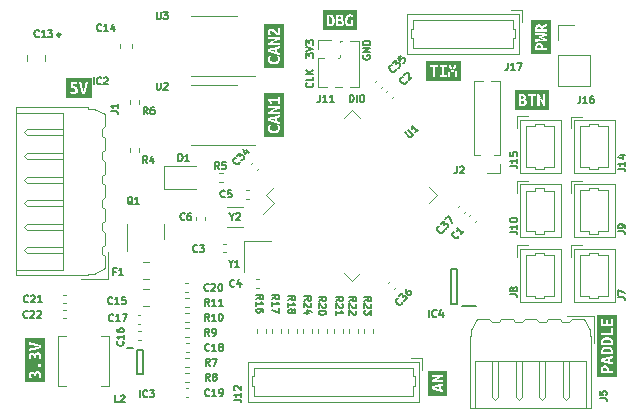
<source format=gbr>
%TF.GenerationSoftware,KiCad,Pcbnew,(6.0.8)*%
%TF.CreationDate,2023-03-18T00:57:18+01:00*%
%TF.ProjectId,WHEEL-07,57484545-4c2d-4303-972e-6b696361645f,rev?*%
%TF.SameCoordinates,Original*%
%TF.FileFunction,Legend,Top*%
%TF.FilePolarity,Positive*%
%FSLAX46Y46*%
G04 Gerber Fmt 4.6, Leading zero omitted, Abs format (unit mm)*
G04 Created by KiCad (PCBNEW (6.0.8)) date 2023-03-18 00:57:18*
%MOMM*%
%LPD*%
G01*
G04 APERTURE LIST*
%ADD10C,0.150000*%
%ADD11C,0.120000*%
%ADD12C,0.250000*%
%ADD13C,0.200000*%
G04 APERTURE END LIST*
D10*
X178262000Y-55168742D02*
X178233428Y-55225885D01*
X178233428Y-55311600D01*
X178262000Y-55397314D01*
X178319142Y-55454457D01*
X178376285Y-55483028D01*
X178490571Y-55511600D01*
X178576285Y-55511600D01*
X178690571Y-55483028D01*
X178747714Y-55454457D01*
X178804857Y-55397314D01*
X178833428Y-55311600D01*
X178833428Y-55254457D01*
X178804857Y-55168742D01*
X178776285Y-55140171D01*
X178576285Y-55140171D01*
X178576285Y-55254457D01*
X178833428Y-54883028D02*
X178233428Y-54883028D01*
X178833428Y-54540171D01*
X178233428Y-54540171D01*
X178833428Y-54254457D02*
X178233428Y-54254457D01*
X178233428Y-54111600D01*
X178262000Y-54025885D01*
X178319142Y-53968742D01*
X178376285Y-53940171D01*
X178490571Y-53911600D01*
X178576285Y-53911600D01*
X178690571Y-53940171D01*
X178747714Y-53968742D01*
X178804857Y-54025885D01*
X178833428Y-54111600D01*
X178833428Y-54254457D01*
X177084114Y-59097828D02*
X177084114Y-58497828D01*
X177226971Y-58497828D01*
X177312685Y-58526400D01*
X177369828Y-58583542D01*
X177398400Y-58640685D01*
X177426971Y-58754971D01*
X177426971Y-58840685D01*
X177398400Y-58954971D01*
X177369828Y-59012114D01*
X177312685Y-59069257D01*
X177226971Y-59097828D01*
X177084114Y-59097828D01*
X177684114Y-59097828D02*
X177684114Y-58497828D01*
X178084114Y-58497828D02*
X178198400Y-58497828D01*
X178255542Y-58526400D01*
X178312685Y-58583542D01*
X178341257Y-58697828D01*
X178341257Y-58897828D01*
X178312685Y-59012114D01*
X178255542Y-59069257D01*
X178198400Y-59097828D01*
X178084114Y-59097828D01*
X178026971Y-59069257D01*
X177969828Y-59012114D01*
X177941257Y-58897828D01*
X177941257Y-58697828D01*
X177969828Y-58583542D01*
X178026971Y-58526400D01*
X178084114Y-58497828D01*
X173950285Y-57507142D02*
X173978857Y-57535714D01*
X174007428Y-57621428D01*
X174007428Y-57678571D01*
X173978857Y-57764285D01*
X173921714Y-57821428D01*
X173864571Y-57850000D01*
X173750285Y-57878571D01*
X173664571Y-57878571D01*
X173550285Y-57850000D01*
X173493142Y-57821428D01*
X173436000Y-57764285D01*
X173407428Y-57678571D01*
X173407428Y-57621428D01*
X173436000Y-57535714D01*
X173464571Y-57507142D01*
X174007428Y-56964285D02*
X174007428Y-57250000D01*
X173407428Y-57250000D01*
X174007428Y-56764285D02*
X173407428Y-56764285D01*
X174007428Y-56421428D02*
X173664571Y-56678571D01*
X173407428Y-56421428D02*
X173750285Y-56764285D01*
X173407428Y-55352857D02*
X173407428Y-54981428D01*
X173636000Y-55181428D01*
X173636000Y-55095714D01*
X173664571Y-55038571D01*
X173693142Y-55010000D01*
X173750285Y-54981428D01*
X173893142Y-54981428D01*
X173950285Y-55010000D01*
X173978857Y-55038571D01*
X174007428Y-55095714D01*
X174007428Y-55267142D01*
X173978857Y-55324285D01*
X173950285Y-55352857D01*
X173407428Y-54810000D02*
X174007428Y-54610000D01*
X173407428Y-54410000D01*
X173407428Y-54267142D02*
X173407428Y-53895714D01*
X173636000Y-54095714D01*
X173636000Y-54010000D01*
X173664571Y-53952857D01*
X173693142Y-53924285D01*
X173750285Y-53895714D01*
X173893142Y-53895714D01*
X173950285Y-53924285D01*
X173978857Y-53952857D01*
X174007428Y-54010000D01*
X174007428Y-54181428D01*
X173978857Y-54238571D01*
X173950285Y-54267142D01*
%TO.C,C15*%
X156992685Y-76160285D02*
X156964114Y-76188857D01*
X156878400Y-76217428D01*
X156821257Y-76217428D01*
X156735542Y-76188857D01*
X156678400Y-76131714D01*
X156649828Y-76074571D01*
X156621257Y-75960285D01*
X156621257Y-75874571D01*
X156649828Y-75760285D01*
X156678400Y-75703142D01*
X156735542Y-75646000D01*
X156821257Y-75617428D01*
X156878400Y-75617428D01*
X156964114Y-75646000D01*
X156992685Y-75674571D01*
X157564114Y-76217428D02*
X157221257Y-76217428D01*
X157392685Y-76217428D02*
X157392685Y-75617428D01*
X157335542Y-75703142D01*
X157278400Y-75760285D01*
X157221257Y-75788857D01*
X158106971Y-75617428D02*
X157821257Y-75617428D01*
X157792685Y-75903142D01*
X157821257Y-75874571D01*
X157878400Y-75846000D01*
X158021257Y-75846000D01*
X158078400Y-75874571D01*
X158106971Y-75903142D01*
X158135542Y-75960285D01*
X158135542Y-76103142D01*
X158106971Y-76160285D01*
X158078400Y-76188857D01*
X158021257Y-76217428D01*
X157878400Y-76217428D01*
X157821257Y-76188857D01*
X157792685Y-76160285D01*
%TO.C,J5*%
X198248628Y-84172400D02*
X198677200Y-84172400D01*
X198762914Y-84200971D01*
X198820057Y-84258114D01*
X198848628Y-84343828D01*
X198848628Y-84400971D01*
X198248628Y-83600971D02*
X198248628Y-83886685D01*
X198534342Y-83915257D01*
X198505771Y-83886685D01*
X198477200Y-83829542D01*
X198477200Y-83686685D01*
X198505771Y-83629542D01*
X198534342Y-83600971D01*
X198591485Y-83572400D01*
X198734342Y-83572400D01*
X198791485Y-83600971D01*
X198820057Y-83629542D01*
X198848628Y-83686685D01*
X198848628Y-83829542D01*
X198820057Y-83886685D01*
X198791485Y-83915257D01*
%TO.C,IC2*%
X155421085Y-57624628D02*
X155421085Y-57024628D01*
X156049657Y-57567485D02*
X156021085Y-57596057D01*
X155935371Y-57624628D01*
X155878228Y-57624628D01*
X155792514Y-57596057D01*
X155735371Y-57538914D01*
X155706800Y-57481771D01*
X155678228Y-57367485D01*
X155678228Y-57281771D01*
X155706800Y-57167485D01*
X155735371Y-57110342D01*
X155792514Y-57053200D01*
X155878228Y-57024628D01*
X155935371Y-57024628D01*
X156021085Y-57053200D01*
X156049657Y-57081771D01*
X156278228Y-57081771D02*
X156306800Y-57053200D01*
X156363942Y-57024628D01*
X156506800Y-57024628D01*
X156563942Y-57053200D01*
X156592514Y-57081771D01*
X156621085Y-57138914D01*
X156621085Y-57196057D01*
X156592514Y-57281771D01*
X156249657Y-57624628D01*
X156621085Y-57624628D01*
%TO.C,J7*%
X199823428Y-75638000D02*
X200252000Y-75638000D01*
X200337714Y-75666571D01*
X200394857Y-75723714D01*
X200423428Y-75809428D01*
X200423428Y-75866571D01*
X199823428Y-75409428D02*
X199823428Y-75009428D01*
X200423428Y-75266571D01*
%TO.C,J17*%
X190471485Y-55805428D02*
X190471485Y-56234000D01*
X190442914Y-56319714D01*
X190385771Y-56376857D01*
X190300057Y-56405428D01*
X190242914Y-56405428D01*
X191071485Y-56405428D02*
X190728628Y-56405428D01*
X190900057Y-56405428D02*
X190900057Y-55805428D01*
X190842914Y-55891142D01*
X190785771Y-55948285D01*
X190728628Y-55976857D01*
X191271485Y-55805428D02*
X191671485Y-55805428D01*
X191414342Y-56405428D01*
%TO.C,U2*%
X160742857Y-57471428D02*
X160742857Y-57957142D01*
X160771428Y-58014285D01*
X160800000Y-58042857D01*
X160857142Y-58071428D01*
X160971428Y-58071428D01*
X161028571Y-58042857D01*
X161057142Y-58014285D01*
X161085714Y-57957142D01*
X161085714Y-57471428D01*
X161342857Y-57528571D02*
X161371428Y-57500000D01*
X161428571Y-57471428D01*
X161571428Y-57471428D01*
X161628571Y-57500000D01*
X161657142Y-57528571D01*
X161685714Y-57585714D01*
X161685714Y-57642857D01*
X161657142Y-57728571D01*
X161314285Y-58071428D01*
X161685714Y-58071428D01*
%TO.C,R18*%
X171889771Y-75865085D02*
X172175485Y-75665085D01*
X171889771Y-75522228D02*
X172489771Y-75522228D01*
X172489771Y-75750800D01*
X172461200Y-75807942D01*
X172432628Y-75836514D01*
X172375485Y-75865085D01*
X172289771Y-75865085D01*
X172232628Y-75836514D01*
X172204057Y-75807942D01*
X172175485Y-75750800D01*
X172175485Y-75522228D01*
X171889771Y-76436514D02*
X171889771Y-76093657D01*
X171889771Y-76265085D02*
X172489771Y-76265085D01*
X172404057Y-76207942D01*
X172346914Y-76150800D01*
X172318342Y-76093657D01*
X172232628Y-76779371D02*
X172261200Y-76722228D01*
X172289771Y-76693657D01*
X172346914Y-76665085D01*
X172375485Y-76665085D01*
X172432628Y-76693657D01*
X172461200Y-76722228D01*
X172489771Y-76779371D01*
X172489771Y-76893657D01*
X172461200Y-76950800D01*
X172432628Y-76979371D01*
X172375485Y-77007942D01*
X172346914Y-77007942D01*
X172289771Y-76979371D01*
X172261200Y-76950800D01*
X172232628Y-76893657D01*
X172232628Y-76779371D01*
X172204057Y-76722228D01*
X172175485Y-76693657D01*
X172118342Y-76665085D01*
X172004057Y-76665085D01*
X171946914Y-76693657D01*
X171918342Y-76722228D01*
X171889771Y-76779371D01*
X171889771Y-76893657D01*
X171918342Y-76950800D01*
X171946914Y-76979371D01*
X172004057Y-77007942D01*
X172118342Y-77007942D01*
X172175485Y-76979371D01*
X172204057Y-76950800D01*
X172232628Y-76893657D01*
%TO.C,C13*%
X150778285Y-53554285D02*
X150749714Y-53582857D01*
X150664000Y-53611428D01*
X150606857Y-53611428D01*
X150521142Y-53582857D01*
X150464000Y-53525714D01*
X150435428Y-53468571D01*
X150406857Y-53354285D01*
X150406857Y-53268571D01*
X150435428Y-53154285D01*
X150464000Y-53097142D01*
X150521142Y-53040000D01*
X150606857Y-53011428D01*
X150664000Y-53011428D01*
X150749714Y-53040000D01*
X150778285Y-53068571D01*
X151349714Y-53611428D02*
X151006857Y-53611428D01*
X151178285Y-53611428D02*
X151178285Y-53011428D01*
X151121142Y-53097142D01*
X151064000Y-53154285D01*
X151006857Y-53182857D01*
X151549714Y-53011428D02*
X151921142Y-53011428D01*
X151721142Y-53240000D01*
X151806857Y-53240000D01*
X151864000Y-53268571D01*
X151892571Y-53297142D01*
X151921142Y-53354285D01*
X151921142Y-53497142D01*
X151892571Y-53554285D01*
X151864000Y-53582857D01*
X151806857Y-53611428D01*
X151635428Y-53611428D01*
X151578285Y-53582857D01*
X151549714Y-53554285D01*
%TO.C,R16*%
X169197371Y-75814285D02*
X169483085Y-75614285D01*
X169197371Y-75471428D02*
X169797371Y-75471428D01*
X169797371Y-75700000D01*
X169768800Y-75757142D01*
X169740228Y-75785714D01*
X169683085Y-75814285D01*
X169597371Y-75814285D01*
X169540228Y-75785714D01*
X169511657Y-75757142D01*
X169483085Y-75700000D01*
X169483085Y-75471428D01*
X169197371Y-76385714D02*
X169197371Y-76042857D01*
X169197371Y-76214285D02*
X169797371Y-76214285D01*
X169711657Y-76157142D01*
X169654514Y-76100000D01*
X169625942Y-76042857D01*
X169797371Y-76900000D02*
X169797371Y-76785714D01*
X169768800Y-76728571D01*
X169740228Y-76700000D01*
X169654514Y-76642857D01*
X169540228Y-76614285D01*
X169311657Y-76614285D01*
X169254514Y-76642857D01*
X169225942Y-76671428D01*
X169197371Y-76728571D01*
X169197371Y-76842857D01*
X169225942Y-76900000D01*
X169254514Y-76928571D01*
X169311657Y-76957142D01*
X169454514Y-76957142D01*
X169511657Y-76928571D01*
X169540228Y-76900000D01*
X169568800Y-76842857D01*
X169568800Y-76728571D01*
X169540228Y-76671428D01*
X169511657Y-76642857D01*
X169454514Y-76614285D01*
%TO.C,R6*%
X160000000Y-60121428D02*
X159800000Y-59835714D01*
X159657142Y-60121428D02*
X159657142Y-59521428D01*
X159885714Y-59521428D01*
X159942857Y-59550000D01*
X159971428Y-59578571D01*
X160000000Y-59635714D01*
X160000000Y-59721428D01*
X159971428Y-59778571D01*
X159942857Y-59807142D01*
X159885714Y-59835714D01*
X159657142Y-59835714D01*
X160514285Y-59521428D02*
X160400000Y-59521428D01*
X160342857Y-59550000D01*
X160314285Y-59578571D01*
X160257142Y-59664285D01*
X160228571Y-59778571D01*
X160228571Y-60007142D01*
X160257142Y-60064285D01*
X160285714Y-60092857D01*
X160342857Y-60121428D01*
X160457142Y-60121428D01*
X160514285Y-60092857D01*
X160542857Y-60064285D01*
X160571428Y-60007142D01*
X160571428Y-59864285D01*
X160542857Y-59807142D01*
X160514285Y-59778571D01*
X160457142Y-59750000D01*
X160342857Y-59750000D01*
X160285714Y-59778571D01*
X160257142Y-59807142D01*
X160228571Y-59864285D01*
%TO.C,C35*%
X181011298Y-56349947D02*
X181011298Y-56390353D01*
X180970892Y-56471165D01*
X180930486Y-56511571D01*
X180849674Y-56551977D01*
X180768862Y-56551977D01*
X180708252Y-56531774D01*
X180607237Y-56471165D01*
X180546628Y-56410556D01*
X180486019Y-56309540D01*
X180465816Y-56248931D01*
X180465816Y-56168119D01*
X180506222Y-56087307D01*
X180546628Y-56046901D01*
X180627440Y-56006495D01*
X180667846Y-56006495D01*
X180768862Y-55824667D02*
X181031501Y-55562028D01*
X181051704Y-55865073D01*
X181112313Y-55804464D01*
X181172923Y-55784261D01*
X181213329Y-55784261D01*
X181273938Y-55804464D01*
X181374953Y-55905479D01*
X181395156Y-55966089D01*
X181395156Y-56006495D01*
X181374953Y-56067104D01*
X181253735Y-56188322D01*
X181193126Y-56208525D01*
X181152720Y-56208525D01*
X181415359Y-55178170D02*
X181213329Y-55380200D01*
X181395156Y-55602434D01*
X181395156Y-55562028D01*
X181415359Y-55501418D01*
X181516374Y-55400403D01*
X181576984Y-55380200D01*
X181617390Y-55380200D01*
X181677999Y-55400403D01*
X181779014Y-55501418D01*
X181799217Y-55562028D01*
X181799217Y-55602434D01*
X181779014Y-55663043D01*
X181677999Y-55764058D01*
X181617390Y-55784261D01*
X181576984Y-55784261D01*
%TO.C,U3*%
X160742857Y-51471428D02*
X160742857Y-51957142D01*
X160771428Y-52014285D01*
X160800000Y-52042857D01*
X160857142Y-52071428D01*
X160971428Y-52071428D01*
X161028571Y-52042857D01*
X161057142Y-52014285D01*
X161085714Y-51957142D01*
X161085714Y-51471428D01*
X161314285Y-51471428D02*
X161685714Y-51471428D01*
X161485714Y-51700000D01*
X161571428Y-51700000D01*
X161628571Y-51728571D01*
X161657142Y-51757142D01*
X161685714Y-51814285D01*
X161685714Y-51957142D01*
X161657142Y-52014285D01*
X161628571Y-52042857D01*
X161571428Y-52071428D01*
X161400000Y-52071428D01*
X161342857Y-52042857D01*
X161314285Y-52014285D01*
%TO.C,IC4*%
X183818285Y-77299428D02*
X183818285Y-76699428D01*
X184446857Y-77242285D02*
X184418285Y-77270857D01*
X184332571Y-77299428D01*
X184275428Y-77299428D01*
X184189714Y-77270857D01*
X184132571Y-77213714D01*
X184104000Y-77156571D01*
X184075428Y-77042285D01*
X184075428Y-76956571D01*
X184104000Y-76842285D01*
X184132571Y-76785142D01*
X184189714Y-76728000D01*
X184275428Y-76699428D01*
X184332571Y-76699428D01*
X184418285Y-76728000D01*
X184446857Y-76756571D01*
X184961142Y-76899428D02*
X184961142Y-77299428D01*
X184818285Y-76670857D02*
X184675428Y-77099428D01*
X185046857Y-77099428D01*
%TO.C,C4*%
X167336800Y-74687085D02*
X167308228Y-74715657D01*
X167222514Y-74744228D01*
X167165371Y-74744228D01*
X167079657Y-74715657D01*
X167022514Y-74658514D01*
X166993942Y-74601371D01*
X166965371Y-74487085D01*
X166965371Y-74401371D01*
X166993942Y-74287085D01*
X167022514Y-74229942D01*
X167079657Y-74172800D01*
X167165371Y-74144228D01*
X167222514Y-74144228D01*
X167308228Y-74172800D01*
X167336800Y-74201371D01*
X167851085Y-74344228D02*
X167851085Y-74744228D01*
X167708228Y-74115657D02*
X167565371Y-74544228D01*
X167936800Y-74544228D01*
%TO.C,C37*%
X185039664Y-69974581D02*
X185039664Y-70014987D01*
X184999258Y-70095799D01*
X184958852Y-70136205D01*
X184878040Y-70176611D01*
X184797228Y-70176611D01*
X184736618Y-70156408D01*
X184635603Y-70095799D01*
X184574994Y-70035190D01*
X184514385Y-69934174D01*
X184494182Y-69873565D01*
X184494182Y-69792753D01*
X184534588Y-69711941D01*
X184574994Y-69671535D01*
X184655806Y-69631129D01*
X184696212Y-69631129D01*
X184797228Y-69449301D02*
X185059867Y-69186662D01*
X185080070Y-69489707D01*
X185140679Y-69429098D01*
X185201289Y-69408895D01*
X185241695Y-69408895D01*
X185302304Y-69429098D01*
X185403319Y-69530113D01*
X185423522Y-69590723D01*
X185423522Y-69631129D01*
X185403319Y-69691738D01*
X185282101Y-69812956D01*
X185221492Y-69833159D01*
X185181086Y-69833159D01*
X185201289Y-69045240D02*
X185484131Y-68762398D01*
X185726568Y-69368489D01*
%TO.C,C36*%
X181539581Y-76065464D02*
X181539581Y-76105870D01*
X181499175Y-76186682D01*
X181458769Y-76227088D01*
X181377957Y-76267494D01*
X181297145Y-76267494D01*
X181236535Y-76247291D01*
X181135520Y-76186682D01*
X181074911Y-76126073D01*
X181014302Y-76025057D01*
X180994099Y-75964448D01*
X180994099Y-75883636D01*
X181034505Y-75802824D01*
X181074911Y-75762418D01*
X181155723Y-75722012D01*
X181196129Y-75722012D01*
X181297145Y-75540184D02*
X181559784Y-75277545D01*
X181579987Y-75580590D01*
X181640596Y-75519981D01*
X181701206Y-75499778D01*
X181741612Y-75499778D01*
X181802221Y-75519981D01*
X181903236Y-75620996D01*
X181923439Y-75681606D01*
X181923439Y-75722012D01*
X181903236Y-75782621D01*
X181782018Y-75903839D01*
X181721409Y-75924042D01*
X181681003Y-75924042D01*
X181923439Y-74913890D02*
X181842627Y-74994702D01*
X181822424Y-75055311D01*
X181822424Y-75095717D01*
X181842627Y-75196732D01*
X181903236Y-75297748D01*
X182064861Y-75459372D01*
X182125470Y-75479575D01*
X182165876Y-75479575D01*
X182226485Y-75459372D01*
X182307297Y-75378560D01*
X182327500Y-75317951D01*
X182327500Y-75277545D01*
X182307297Y-75216935D01*
X182206282Y-75115920D01*
X182145673Y-75095717D01*
X182105267Y-75095717D01*
X182044657Y-75115920D01*
X181963845Y-75196732D01*
X181943642Y-75257342D01*
X181943642Y-75297748D01*
X181963845Y-75358357D01*
%TO.C,R11*%
X165205585Y-76359428D02*
X165005585Y-76073714D01*
X164862728Y-76359428D02*
X164862728Y-75759428D01*
X165091300Y-75759428D01*
X165148442Y-75788000D01*
X165177014Y-75816571D01*
X165205585Y-75873714D01*
X165205585Y-75959428D01*
X165177014Y-76016571D01*
X165148442Y-76045142D01*
X165091300Y-76073714D01*
X164862728Y-76073714D01*
X165777014Y-76359428D02*
X165434157Y-76359428D01*
X165605585Y-76359428D02*
X165605585Y-75759428D01*
X165548442Y-75845142D01*
X165491300Y-75902285D01*
X165434157Y-75930857D01*
X166348442Y-76359428D02*
X166005585Y-76359428D01*
X166177014Y-76359428D02*
X166177014Y-75759428D01*
X166119871Y-75845142D01*
X166062728Y-75902285D01*
X166005585Y-75930857D01*
%TO.C,U1*%
X181816416Y-61685913D02*
X182159867Y-62029365D01*
X182220477Y-62049568D01*
X182260883Y-62049568D01*
X182321492Y-62029365D01*
X182402304Y-61948553D01*
X182422507Y-61887944D01*
X182422507Y-61847538D01*
X182402304Y-61786928D01*
X182058852Y-61443477D01*
X182907380Y-61443477D02*
X182664944Y-61685913D01*
X182786162Y-61564695D02*
X182361898Y-61140431D01*
X182382101Y-61241446D01*
X182382101Y-61322258D01*
X182361898Y-61382867D01*
%TO.C,C6*%
X163120400Y-69048285D02*
X163091828Y-69076857D01*
X163006114Y-69105428D01*
X162948971Y-69105428D01*
X162863257Y-69076857D01*
X162806114Y-69019714D01*
X162777542Y-68962571D01*
X162748971Y-68848285D01*
X162748971Y-68762571D01*
X162777542Y-68648285D01*
X162806114Y-68591142D01*
X162863257Y-68534000D01*
X162948971Y-68505428D01*
X163006114Y-68505428D01*
X163091828Y-68534000D01*
X163120400Y-68562571D01*
X163634685Y-68505428D02*
X163520400Y-68505428D01*
X163463257Y-68534000D01*
X163434685Y-68562571D01*
X163377542Y-68648285D01*
X163348971Y-68762571D01*
X163348971Y-68991142D01*
X163377542Y-69048285D01*
X163406114Y-69076857D01*
X163463257Y-69105428D01*
X163577542Y-69105428D01*
X163634685Y-69076857D01*
X163663257Y-69048285D01*
X163691828Y-68991142D01*
X163691828Y-68848285D01*
X163663257Y-68791142D01*
X163634685Y-68762571D01*
X163577542Y-68734000D01*
X163463257Y-68734000D01*
X163406114Y-68762571D01*
X163377542Y-68791142D01*
X163348971Y-68848285D01*
%TO.C,J16*%
X196618285Y-58599428D02*
X196618285Y-59028000D01*
X196589714Y-59113714D01*
X196532571Y-59170857D01*
X196446857Y-59199428D01*
X196389714Y-59199428D01*
X197218285Y-59199428D02*
X196875428Y-59199428D01*
X197046857Y-59199428D02*
X197046857Y-58599428D01*
X196989714Y-58685142D01*
X196932571Y-58742285D01*
X196875428Y-58770857D01*
X197732571Y-58599428D02*
X197618285Y-58599428D01*
X197561142Y-58628000D01*
X197532571Y-58656571D01*
X197475428Y-58742285D01*
X197446857Y-58856571D01*
X197446857Y-59085142D01*
X197475428Y-59142285D01*
X197504000Y-59170857D01*
X197561142Y-59199428D01*
X197675428Y-59199428D01*
X197732571Y-59170857D01*
X197761142Y-59142285D01*
X197789714Y-59085142D01*
X197789714Y-58942285D01*
X197761142Y-58885142D01*
X197732571Y-58856571D01*
X197675428Y-58828000D01*
X197561142Y-58828000D01*
X197504000Y-58856571D01*
X197475428Y-58885142D01*
X197446857Y-58942285D01*
%TO.C,R24*%
X173261371Y-75915885D02*
X173547085Y-75715885D01*
X173261371Y-75573028D02*
X173861371Y-75573028D01*
X173861371Y-75801600D01*
X173832800Y-75858742D01*
X173804228Y-75887314D01*
X173747085Y-75915885D01*
X173661371Y-75915885D01*
X173604228Y-75887314D01*
X173575657Y-75858742D01*
X173547085Y-75801600D01*
X173547085Y-75573028D01*
X173804228Y-76144457D02*
X173832800Y-76173028D01*
X173861371Y-76230171D01*
X173861371Y-76373028D01*
X173832800Y-76430171D01*
X173804228Y-76458742D01*
X173747085Y-76487314D01*
X173689942Y-76487314D01*
X173604228Y-76458742D01*
X173261371Y-76115885D01*
X173261371Y-76487314D01*
X173661371Y-77001600D02*
X173261371Y-77001600D01*
X173889942Y-76858742D02*
X173461371Y-76715885D01*
X173461371Y-77087314D01*
%TO.C,R22*%
X177071371Y-75966685D02*
X177357085Y-75766685D01*
X177071371Y-75623828D02*
X177671371Y-75623828D01*
X177671371Y-75852400D01*
X177642800Y-75909542D01*
X177614228Y-75938114D01*
X177557085Y-75966685D01*
X177471371Y-75966685D01*
X177414228Y-75938114D01*
X177385657Y-75909542D01*
X177357085Y-75852400D01*
X177357085Y-75623828D01*
X177614228Y-76195257D02*
X177642800Y-76223828D01*
X177671371Y-76280971D01*
X177671371Y-76423828D01*
X177642800Y-76480971D01*
X177614228Y-76509542D01*
X177557085Y-76538114D01*
X177499942Y-76538114D01*
X177414228Y-76509542D01*
X177071371Y-76166685D01*
X177071371Y-76538114D01*
X177614228Y-76766685D02*
X177642800Y-76795257D01*
X177671371Y-76852400D01*
X177671371Y-76995257D01*
X177642800Y-77052400D01*
X177614228Y-77080971D01*
X177557085Y-77109542D01*
X177499942Y-77109542D01*
X177414228Y-77080971D01*
X177071371Y-76738114D01*
X177071371Y-77109542D01*
%TO.C,C21*%
X149880685Y-76007885D02*
X149852114Y-76036457D01*
X149766400Y-76065028D01*
X149709257Y-76065028D01*
X149623542Y-76036457D01*
X149566400Y-75979314D01*
X149537828Y-75922171D01*
X149509257Y-75807885D01*
X149509257Y-75722171D01*
X149537828Y-75607885D01*
X149566400Y-75550742D01*
X149623542Y-75493600D01*
X149709257Y-75465028D01*
X149766400Y-75465028D01*
X149852114Y-75493600D01*
X149880685Y-75522171D01*
X150109257Y-75522171D02*
X150137828Y-75493600D01*
X150194971Y-75465028D01*
X150337828Y-75465028D01*
X150394971Y-75493600D01*
X150423542Y-75522171D01*
X150452114Y-75579314D01*
X150452114Y-75636457D01*
X150423542Y-75722171D01*
X150080685Y-76065028D01*
X150452114Y-76065028D01*
X151023542Y-76065028D02*
X150680685Y-76065028D01*
X150852114Y-76065028D02*
X150852114Y-75465028D01*
X150794971Y-75550742D01*
X150737828Y-75607885D01*
X150680685Y-75636457D01*
%TO.C,D1*%
X162602042Y-64102628D02*
X162602042Y-63502628D01*
X162744900Y-63502628D01*
X162830614Y-63531200D01*
X162887757Y-63588342D01*
X162916328Y-63645485D01*
X162944900Y-63759771D01*
X162944900Y-63845485D01*
X162916328Y-63959771D01*
X162887757Y-64016914D01*
X162830614Y-64074057D01*
X162744900Y-64102628D01*
X162602042Y-64102628D01*
X163516328Y-64102628D02*
X163173471Y-64102628D01*
X163344900Y-64102628D02*
X163344900Y-63502628D01*
X163287757Y-63588342D01*
X163230614Y-63645485D01*
X163173471Y-63674057D01*
%TO.C,R9*%
X165203200Y-78884428D02*
X165003200Y-78598714D01*
X164860342Y-78884428D02*
X164860342Y-78284428D01*
X165088914Y-78284428D01*
X165146057Y-78313000D01*
X165174628Y-78341571D01*
X165203200Y-78398714D01*
X165203200Y-78484428D01*
X165174628Y-78541571D01*
X165146057Y-78570142D01*
X165088914Y-78598714D01*
X164860342Y-78598714D01*
X165488914Y-78884428D02*
X165603200Y-78884428D01*
X165660342Y-78855857D01*
X165688914Y-78827285D01*
X165746057Y-78741571D01*
X165774628Y-78627285D01*
X165774628Y-78398714D01*
X165746057Y-78341571D01*
X165717485Y-78313000D01*
X165660342Y-78284428D01*
X165546057Y-78284428D01*
X165488914Y-78313000D01*
X165460342Y-78341571D01*
X165431771Y-78398714D01*
X165431771Y-78541571D01*
X165460342Y-78598714D01*
X165488914Y-78627285D01*
X165546057Y-78655857D01*
X165660342Y-78655857D01*
X165717485Y-78627285D01*
X165746057Y-78598714D01*
X165774628Y-78541571D01*
%TO.C,C14*%
X156077285Y-53038285D02*
X156048714Y-53066857D01*
X155963000Y-53095428D01*
X155905857Y-53095428D01*
X155820142Y-53066857D01*
X155763000Y-53009714D01*
X155734428Y-52952571D01*
X155705857Y-52838285D01*
X155705857Y-52752571D01*
X155734428Y-52638285D01*
X155763000Y-52581142D01*
X155820142Y-52524000D01*
X155905857Y-52495428D01*
X155963000Y-52495428D01*
X156048714Y-52524000D01*
X156077285Y-52552571D01*
X156648714Y-53095428D02*
X156305857Y-53095428D01*
X156477285Y-53095428D02*
X156477285Y-52495428D01*
X156420142Y-52581142D01*
X156363000Y-52638285D01*
X156305857Y-52666857D01*
X157163000Y-52695428D02*
X157163000Y-53095428D01*
X157020142Y-52466857D02*
X156877285Y-52895428D01*
X157248714Y-52895428D01*
%TO.C,R8*%
X165254000Y-82694428D02*
X165054000Y-82408714D01*
X164911142Y-82694428D02*
X164911142Y-82094428D01*
X165139714Y-82094428D01*
X165196857Y-82123000D01*
X165225428Y-82151571D01*
X165254000Y-82208714D01*
X165254000Y-82294428D01*
X165225428Y-82351571D01*
X165196857Y-82380142D01*
X165139714Y-82408714D01*
X164911142Y-82408714D01*
X165596857Y-82351571D02*
X165539714Y-82323000D01*
X165511142Y-82294428D01*
X165482571Y-82237285D01*
X165482571Y-82208714D01*
X165511142Y-82151571D01*
X165539714Y-82123000D01*
X165596857Y-82094428D01*
X165711142Y-82094428D01*
X165768285Y-82123000D01*
X165796857Y-82151571D01*
X165825428Y-82208714D01*
X165825428Y-82237285D01*
X165796857Y-82294428D01*
X165768285Y-82323000D01*
X165711142Y-82351571D01*
X165596857Y-82351571D01*
X165539714Y-82380142D01*
X165511142Y-82408714D01*
X165482571Y-82465857D01*
X165482571Y-82580142D01*
X165511142Y-82637285D01*
X165539714Y-82665857D01*
X165596857Y-82694428D01*
X165711142Y-82694428D01*
X165768285Y-82665857D01*
X165796857Y-82637285D01*
X165825428Y-82580142D01*
X165825428Y-82465857D01*
X165796857Y-82408714D01*
X165768285Y-82380142D01*
X165711142Y-82351571D01*
%TO.C,R4*%
X159950000Y-64271428D02*
X159750000Y-63985714D01*
X159607142Y-64271428D02*
X159607142Y-63671428D01*
X159835714Y-63671428D01*
X159892857Y-63700000D01*
X159921428Y-63728571D01*
X159950000Y-63785714D01*
X159950000Y-63871428D01*
X159921428Y-63928571D01*
X159892857Y-63957142D01*
X159835714Y-63985714D01*
X159607142Y-63985714D01*
X160464285Y-63871428D02*
X160464285Y-64271428D01*
X160321428Y-63642857D02*
X160178571Y-64071428D01*
X160550000Y-64071428D01*
%TO.C,C34*%
X167772781Y-64178264D02*
X167772781Y-64218670D01*
X167732375Y-64299482D01*
X167691969Y-64339888D01*
X167611157Y-64380294D01*
X167530345Y-64380294D01*
X167469735Y-64360091D01*
X167368720Y-64299482D01*
X167308111Y-64238873D01*
X167247502Y-64137857D01*
X167227299Y-64077248D01*
X167227299Y-63996436D01*
X167267705Y-63915624D01*
X167308111Y-63875218D01*
X167388923Y-63834812D01*
X167429329Y-63834812D01*
X167530345Y-63652984D02*
X167792984Y-63390345D01*
X167813187Y-63693390D01*
X167873796Y-63632781D01*
X167934406Y-63612578D01*
X167974812Y-63612578D01*
X168035421Y-63632781D01*
X168136436Y-63733796D01*
X168156639Y-63794406D01*
X168156639Y-63834812D01*
X168136436Y-63895421D01*
X168015218Y-64016639D01*
X167954609Y-64036842D01*
X167914203Y-64036842D01*
X168298061Y-63168111D02*
X168580903Y-63450954D01*
X168035421Y-63107502D02*
X168237451Y-63511563D01*
X168500091Y-63248923D01*
%TO.C,R17*%
X170518171Y-75814285D02*
X170803885Y-75614285D01*
X170518171Y-75471428D02*
X171118171Y-75471428D01*
X171118171Y-75700000D01*
X171089600Y-75757142D01*
X171061028Y-75785714D01*
X171003885Y-75814285D01*
X170918171Y-75814285D01*
X170861028Y-75785714D01*
X170832457Y-75757142D01*
X170803885Y-75700000D01*
X170803885Y-75471428D01*
X170518171Y-76385714D02*
X170518171Y-76042857D01*
X170518171Y-76214285D02*
X171118171Y-76214285D01*
X171032457Y-76157142D01*
X170975314Y-76100000D01*
X170946742Y-76042857D01*
X171118171Y-76585714D02*
X171118171Y-76985714D01*
X170518171Y-76728571D01*
%TO.C,R7*%
X165254000Y-81424428D02*
X165054000Y-81138714D01*
X164911142Y-81424428D02*
X164911142Y-80824428D01*
X165139714Y-80824428D01*
X165196857Y-80853000D01*
X165225428Y-80881571D01*
X165254000Y-80938714D01*
X165254000Y-81024428D01*
X165225428Y-81081571D01*
X165196857Y-81110142D01*
X165139714Y-81138714D01*
X164911142Y-81138714D01*
X165454000Y-80824428D02*
X165854000Y-80824428D01*
X165596857Y-81424428D01*
%TO.C,C16*%
X157897485Y-79379714D02*
X157926057Y-79408285D01*
X157954628Y-79494000D01*
X157954628Y-79551142D01*
X157926057Y-79636857D01*
X157868914Y-79694000D01*
X157811771Y-79722571D01*
X157697485Y-79751142D01*
X157611771Y-79751142D01*
X157497485Y-79722571D01*
X157440342Y-79694000D01*
X157383200Y-79636857D01*
X157354628Y-79551142D01*
X157354628Y-79494000D01*
X157383200Y-79408285D01*
X157411771Y-79379714D01*
X157954628Y-78808285D02*
X157954628Y-79151142D01*
X157954628Y-78979714D02*
X157354628Y-78979714D01*
X157440342Y-79036857D01*
X157497485Y-79094000D01*
X157526057Y-79151142D01*
X157354628Y-78294000D02*
X157354628Y-78408285D01*
X157383200Y-78465428D01*
X157411771Y-78494000D01*
X157497485Y-78551142D01*
X157611771Y-78579714D01*
X157840342Y-78579714D01*
X157897485Y-78551142D01*
X157926057Y-78522571D01*
X157954628Y-78465428D01*
X157954628Y-78351142D01*
X157926057Y-78294000D01*
X157897485Y-78265428D01*
X157840342Y-78236857D01*
X157697485Y-78236857D01*
X157640342Y-78265428D01*
X157611771Y-78294000D01*
X157583200Y-78351142D01*
X157583200Y-78465428D01*
X157611771Y-78522571D01*
X157640342Y-78551142D01*
X157697485Y-78579714D01*
%TO.C,L2*%
X157532400Y-84548628D02*
X157246685Y-84548628D01*
X157246685Y-83948628D01*
X157703828Y-84005771D02*
X157732400Y-83977200D01*
X157789542Y-83948628D01*
X157932400Y-83948628D01*
X157989542Y-83977200D01*
X158018114Y-84005771D01*
X158046685Y-84062914D01*
X158046685Y-84120057D01*
X158018114Y-84205771D01*
X157675257Y-84548628D01*
X158046685Y-84548628D01*
%TO.C,J14*%
X199823428Y-64747714D02*
X200252000Y-64747714D01*
X200337714Y-64776285D01*
X200394857Y-64833428D01*
X200423428Y-64919142D01*
X200423428Y-64976285D01*
X200423428Y-64147714D02*
X200423428Y-64490571D01*
X200423428Y-64319142D02*
X199823428Y-64319142D01*
X199909142Y-64376285D01*
X199966285Y-64433428D01*
X199994857Y-64490571D01*
X200023428Y-63633428D02*
X200423428Y-63633428D01*
X199794857Y-63776285D02*
X200223428Y-63919142D01*
X200223428Y-63547714D01*
%TO.C,C22*%
X149829885Y-77328685D02*
X149801314Y-77357257D01*
X149715600Y-77385828D01*
X149658457Y-77385828D01*
X149572742Y-77357257D01*
X149515600Y-77300114D01*
X149487028Y-77242971D01*
X149458457Y-77128685D01*
X149458457Y-77042971D01*
X149487028Y-76928685D01*
X149515600Y-76871542D01*
X149572742Y-76814400D01*
X149658457Y-76785828D01*
X149715600Y-76785828D01*
X149801314Y-76814400D01*
X149829885Y-76842971D01*
X150058457Y-76842971D02*
X150087028Y-76814400D01*
X150144171Y-76785828D01*
X150287028Y-76785828D01*
X150344171Y-76814400D01*
X150372742Y-76842971D01*
X150401314Y-76900114D01*
X150401314Y-76957257D01*
X150372742Y-77042971D01*
X150029885Y-77385828D01*
X150401314Y-77385828D01*
X150629885Y-76842971D02*
X150658457Y-76814400D01*
X150715600Y-76785828D01*
X150858457Y-76785828D01*
X150915600Y-76814400D01*
X150944171Y-76842971D01*
X150972742Y-76900114D01*
X150972742Y-76957257D01*
X150944171Y-77042971D01*
X150601314Y-77385828D01*
X150972742Y-77385828D01*
%TO.C,J10*%
X190679428Y-70081714D02*
X191108000Y-70081714D01*
X191193714Y-70110285D01*
X191250857Y-70167428D01*
X191279428Y-70253142D01*
X191279428Y-70310285D01*
X191279428Y-69481714D02*
X191279428Y-69824571D01*
X191279428Y-69653142D02*
X190679428Y-69653142D01*
X190765142Y-69710285D01*
X190822285Y-69767428D01*
X190850857Y-69824571D01*
X190679428Y-69110285D02*
X190679428Y-69053142D01*
X190708000Y-68996000D01*
X190736571Y-68967428D01*
X190793714Y-68938857D01*
X190908000Y-68910285D01*
X191050857Y-68910285D01*
X191165142Y-68938857D01*
X191222285Y-68967428D01*
X191250857Y-68996000D01*
X191279428Y-69053142D01*
X191279428Y-69110285D01*
X191250857Y-69167428D01*
X191222285Y-69196000D01*
X191165142Y-69224571D01*
X191050857Y-69253142D01*
X190908000Y-69253142D01*
X190793714Y-69224571D01*
X190736571Y-69196000D01*
X190708000Y-69167428D01*
X190679428Y-69110285D01*
%TO.C,Y1*%
X167049485Y-72782114D02*
X167049485Y-73067828D01*
X166849485Y-72467828D02*
X167049485Y-72782114D01*
X167249485Y-72467828D01*
X167763771Y-73067828D02*
X167420914Y-73067828D01*
X167592342Y-73067828D02*
X167592342Y-72467828D01*
X167535200Y-72553542D01*
X167478057Y-72610685D01*
X167420914Y-72639257D01*
%TO.C,Y2*%
X167100285Y-68819714D02*
X167100285Y-69105428D01*
X166900285Y-68505428D02*
X167100285Y-68819714D01*
X167300285Y-68505428D01*
X167471714Y-68562571D02*
X167500285Y-68534000D01*
X167557428Y-68505428D01*
X167700285Y-68505428D01*
X167757428Y-68534000D01*
X167786000Y-68562571D01*
X167814571Y-68619714D01*
X167814571Y-68676857D01*
X167786000Y-68762571D01*
X167443142Y-69105428D01*
X167814571Y-69105428D01*
%TO.C,C5*%
X166524000Y-67117885D02*
X166495428Y-67146457D01*
X166409714Y-67175028D01*
X166352571Y-67175028D01*
X166266857Y-67146457D01*
X166209714Y-67089314D01*
X166181142Y-67032171D01*
X166152571Y-66917885D01*
X166152571Y-66832171D01*
X166181142Y-66717885D01*
X166209714Y-66660742D01*
X166266857Y-66603600D01*
X166352571Y-66575028D01*
X166409714Y-66575028D01*
X166495428Y-66603600D01*
X166524000Y-66632171D01*
X167066857Y-66575028D02*
X166781142Y-66575028D01*
X166752571Y-66860742D01*
X166781142Y-66832171D01*
X166838285Y-66803600D01*
X166981142Y-66803600D01*
X167038285Y-66832171D01*
X167066857Y-66860742D01*
X167095428Y-66917885D01*
X167095428Y-67060742D01*
X167066857Y-67117885D01*
X167038285Y-67146457D01*
X166981142Y-67175028D01*
X166838285Y-67175028D01*
X166781142Y-67146457D01*
X166752571Y-67117885D01*
%TO.C,R21*%
X175902971Y-75966685D02*
X176188685Y-75766685D01*
X175902971Y-75623828D02*
X176502971Y-75623828D01*
X176502971Y-75852400D01*
X176474400Y-75909542D01*
X176445828Y-75938114D01*
X176388685Y-75966685D01*
X176302971Y-75966685D01*
X176245828Y-75938114D01*
X176217257Y-75909542D01*
X176188685Y-75852400D01*
X176188685Y-75623828D01*
X176445828Y-76195257D02*
X176474400Y-76223828D01*
X176502971Y-76280971D01*
X176502971Y-76423828D01*
X176474400Y-76480971D01*
X176445828Y-76509542D01*
X176388685Y-76538114D01*
X176331542Y-76538114D01*
X176245828Y-76509542D01*
X175902971Y-76166685D01*
X175902971Y-76538114D01*
X175902971Y-77109542D02*
X175902971Y-76766685D01*
X175902971Y-76938114D02*
X176502971Y-76938114D01*
X176417257Y-76880971D01*
X176360114Y-76823828D01*
X176331542Y-76766685D01*
%TO.C,R20*%
X174480571Y-75966685D02*
X174766285Y-75766685D01*
X174480571Y-75623828D02*
X175080571Y-75623828D01*
X175080571Y-75852400D01*
X175052000Y-75909542D01*
X175023428Y-75938114D01*
X174966285Y-75966685D01*
X174880571Y-75966685D01*
X174823428Y-75938114D01*
X174794857Y-75909542D01*
X174766285Y-75852400D01*
X174766285Y-75623828D01*
X175023428Y-76195257D02*
X175052000Y-76223828D01*
X175080571Y-76280971D01*
X175080571Y-76423828D01*
X175052000Y-76480971D01*
X175023428Y-76509542D01*
X174966285Y-76538114D01*
X174909142Y-76538114D01*
X174823428Y-76509542D01*
X174480571Y-76166685D01*
X174480571Y-76538114D01*
X175080571Y-76909542D02*
X175080571Y-76966685D01*
X175052000Y-77023828D01*
X175023428Y-77052400D01*
X174966285Y-77080971D01*
X174852000Y-77109542D01*
X174709142Y-77109542D01*
X174594857Y-77080971D01*
X174537714Y-77052400D01*
X174509142Y-77023828D01*
X174480571Y-76966685D01*
X174480571Y-76909542D01*
X174509142Y-76852400D01*
X174537714Y-76823828D01*
X174594857Y-76795257D01*
X174709142Y-76766685D01*
X174852000Y-76766685D01*
X174966285Y-76795257D01*
X175023428Y-76823828D01*
X175052000Y-76852400D01*
X175080571Y-76909542D01*
%TO.C,J12*%
X167311428Y-84305714D02*
X167740000Y-84305714D01*
X167825714Y-84334285D01*
X167882857Y-84391428D01*
X167911428Y-84477142D01*
X167911428Y-84534285D01*
X167911428Y-83705714D02*
X167911428Y-84048571D01*
X167911428Y-83877142D02*
X167311428Y-83877142D01*
X167397142Y-83934285D01*
X167454285Y-83991428D01*
X167482857Y-84048571D01*
X167368571Y-83477142D02*
X167340000Y-83448571D01*
X167311428Y-83391428D01*
X167311428Y-83248571D01*
X167340000Y-83191428D01*
X167368571Y-83162857D01*
X167425714Y-83134285D01*
X167482857Y-83134285D01*
X167568571Y-83162857D01*
X167911428Y-83505714D01*
X167911428Y-83134285D01*
%TO.C,Q1*%
X158718257Y-67765571D02*
X158661114Y-67737000D01*
X158603971Y-67679857D01*
X158518257Y-67594142D01*
X158461114Y-67565571D01*
X158403971Y-67565571D01*
X158432542Y-67708428D02*
X158375400Y-67679857D01*
X158318257Y-67622714D01*
X158289685Y-67508428D01*
X158289685Y-67308428D01*
X158318257Y-67194142D01*
X158375400Y-67137000D01*
X158432542Y-67108428D01*
X158546828Y-67108428D01*
X158603971Y-67137000D01*
X158661114Y-67194142D01*
X158689685Y-67308428D01*
X158689685Y-67508428D01*
X158661114Y-67622714D01*
X158603971Y-67679857D01*
X158546828Y-67708428D01*
X158432542Y-67708428D01*
X159261114Y-67708428D02*
X158918257Y-67708428D01*
X159089685Y-67708428D02*
X159089685Y-67108428D01*
X159032542Y-67194142D01*
X158975400Y-67251285D01*
X158918257Y-67279857D01*
%TO.C,J11*%
X174571085Y-58548628D02*
X174571085Y-58977200D01*
X174542514Y-59062914D01*
X174485371Y-59120057D01*
X174399657Y-59148628D01*
X174342514Y-59148628D01*
X175171085Y-59148628D02*
X174828228Y-59148628D01*
X174999657Y-59148628D02*
X174999657Y-58548628D01*
X174942514Y-58634342D01*
X174885371Y-58691485D01*
X174828228Y-58720057D01*
X175742514Y-59148628D02*
X175399657Y-59148628D01*
X175571085Y-59148628D02*
X175571085Y-58548628D01*
X175513942Y-58634342D01*
X175456800Y-58691485D01*
X175399657Y-58720057D01*
%TO.C,C20*%
X165162785Y-75042685D02*
X165134214Y-75071257D01*
X165048500Y-75099828D01*
X164991357Y-75099828D01*
X164905642Y-75071257D01*
X164848500Y-75014114D01*
X164819928Y-74956971D01*
X164791357Y-74842685D01*
X164791357Y-74756971D01*
X164819928Y-74642685D01*
X164848500Y-74585542D01*
X164905642Y-74528400D01*
X164991357Y-74499828D01*
X165048500Y-74499828D01*
X165134214Y-74528400D01*
X165162785Y-74556971D01*
X165391357Y-74556971D02*
X165419928Y-74528400D01*
X165477071Y-74499828D01*
X165619928Y-74499828D01*
X165677071Y-74528400D01*
X165705642Y-74556971D01*
X165734214Y-74614114D01*
X165734214Y-74671257D01*
X165705642Y-74756971D01*
X165362785Y-75099828D01*
X165734214Y-75099828D01*
X166105642Y-74499828D02*
X166162785Y-74499828D01*
X166219928Y-74528400D01*
X166248500Y-74556971D01*
X166277071Y-74614114D01*
X166305642Y-74728400D01*
X166305642Y-74871257D01*
X166277071Y-74985542D01*
X166248500Y-75042685D01*
X166219928Y-75071257D01*
X166162785Y-75099828D01*
X166105642Y-75099828D01*
X166048500Y-75071257D01*
X166019928Y-75042685D01*
X165991357Y-74985542D01*
X165962785Y-74871257D01*
X165962785Y-74728400D01*
X165991357Y-74614114D01*
X166019928Y-74556971D01*
X166048500Y-74528400D01*
X166105642Y-74499828D01*
%TO.C,R5*%
X166066800Y-64787428D02*
X165866800Y-64501714D01*
X165723942Y-64787428D02*
X165723942Y-64187428D01*
X165952514Y-64187428D01*
X166009657Y-64216000D01*
X166038228Y-64244571D01*
X166066800Y-64301714D01*
X166066800Y-64387428D01*
X166038228Y-64444571D01*
X166009657Y-64473142D01*
X165952514Y-64501714D01*
X165723942Y-64501714D01*
X166609657Y-64187428D02*
X166323942Y-64187428D01*
X166295371Y-64473142D01*
X166323942Y-64444571D01*
X166381085Y-64416000D01*
X166523942Y-64416000D01*
X166581085Y-64444571D01*
X166609657Y-64473142D01*
X166638228Y-64530285D01*
X166638228Y-64673142D01*
X166609657Y-64730285D01*
X166581085Y-64758857D01*
X166523942Y-64787428D01*
X166381085Y-64787428D01*
X166323942Y-64758857D01*
X166295371Y-64730285D01*
%TO.C,J8*%
X190679428Y-75384000D02*
X191108000Y-75384000D01*
X191193714Y-75412571D01*
X191250857Y-75469714D01*
X191279428Y-75555428D01*
X191279428Y-75612571D01*
X190936571Y-75012571D02*
X190908000Y-75069714D01*
X190879428Y-75098285D01*
X190822285Y-75126857D01*
X190793714Y-75126857D01*
X190736571Y-75098285D01*
X190708000Y-75069714D01*
X190679428Y-75012571D01*
X190679428Y-74898285D01*
X190708000Y-74841142D01*
X190736571Y-74812571D01*
X190793714Y-74784000D01*
X190822285Y-74784000D01*
X190879428Y-74812571D01*
X190908000Y-74841142D01*
X190936571Y-74898285D01*
X190936571Y-75012571D01*
X190965142Y-75069714D01*
X190993714Y-75098285D01*
X191050857Y-75126857D01*
X191165142Y-75126857D01*
X191222285Y-75098285D01*
X191250857Y-75069714D01*
X191279428Y-75012571D01*
X191279428Y-74898285D01*
X191250857Y-74841142D01*
X191222285Y-74812571D01*
X191165142Y-74784000D01*
X191050857Y-74784000D01*
X190993714Y-74812571D01*
X190965142Y-74841142D01*
X190936571Y-74898285D01*
%TO.C,IC3*%
X159332685Y-84091428D02*
X159332685Y-83491428D01*
X159961257Y-84034285D02*
X159932685Y-84062857D01*
X159846971Y-84091428D01*
X159789828Y-84091428D01*
X159704114Y-84062857D01*
X159646971Y-84005714D01*
X159618400Y-83948571D01*
X159589828Y-83834285D01*
X159589828Y-83748571D01*
X159618400Y-83634285D01*
X159646971Y-83577142D01*
X159704114Y-83520000D01*
X159789828Y-83491428D01*
X159846971Y-83491428D01*
X159932685Y-83520000D01*
X159961257Y-83548571D01*
X160161257Y-83491428D02*
X160532685Y-83491428D01*
X160332685Y-83720000D01*
X160418400Y-83720000D01*
X160475542Y-83748571D01*
X160504114Y-83777142D01*
X160532685Y-83834285D01*
X160532685Y-83977142D01*
X160504114Y-84034285D01*
X160475542Y-84062857D01*
X160418400Y-84091428D01*
X160246971Y-84091428D01*
X160189828Y-84062857D01*
X160161257Y-84034285D01*
%TO.C,C1*%
X186308495Y-70432950D02*
X186308495Y-70473356D01*
X186268089Y-70554168D01*
X186227682Y-70594574D01*
X186146870Y-70634981D01*
X186066058Y-70634981D01*
X186005449Y-70614778D01*
X185904434Y-70554168D01*
X185843825Y-70493559D01*
X185783215Y-70392544D01*
X185763012Y-70331935D01*
X185763012Y-70251123D01*
X185803418Y-70170310D01*
X185843825Y-70129904D01*
X185924637Y-70089498D01*
X185965043Y-70089498D01*
X186752962Y-70069295D02*
X186510525Y-70311732D01*
X186631744Y-70190513D02*
X186207479Y-69766249D01*
X186227683Y-69867265D01*
X186227683Y-69948077D01*
X186207479Y-70008686D01*
%TO.C,J9*%
X199823428Y-70050000D02*
X200252000Y-70050000D01*
X200337714Y-70078571D01*
X200394857Y-70135714D01*
X200423428Y-70221428D01*
X200423428Y-70278571D01*
X200423428Y-69735714D02*
X200423428Y-69621428D01*
X200394857Y-69564285D01*
X200366285Y-69535714D01*
X200280571Y-69478571D01*
X200166285Y-69450000D01*
X199937714Y-69450000D01*
X199880571Y-69478571D01*
X199852000Y-69507142D01*
X199823428Y-69564285D01*
X199823428Y-69678571D01*
X199852000Y-69735714D01*
X199880571Y-69764285D01*
X199937714Y-69792857D01*
X200080571Y-69792857D01*
X200137714Y-69764285D01*
X200166285Y-69735714D01*
X200194857Y-69678571D01*
X200194857Y-69564285D01*
X200166285Y-69507142D01*
X200137714Y-69478571D01*
X200080571Y-69450000D01*
%TO.C,R10*%
X165205585Y-77629428D02*
X165005585Y-77343714D01*
X164862728Y-77629428D02*
X164862728Y-77029428D01*
X165091300Y-77029428D01*
X165148442Y-77058000D01*
X165177014Y-77086571D01*
X165205585Y-77143714D01*
X165205585Y-77229428D01*
X165177014Y-77286571D01*
X165148442Y-77315142D01*
X165091300Y-77343714D01*
X164862728Y-77343714D01*
X165777014Y-77629428D02*
X165434157Y-77629428D01*
X165605585Y-77629428D02*
X165605585Y-77029428D01*
X165548442Y-77115142D01*
X165491300Y-77172285D01*
X165434157Y-77200857D01*
X166148442Y-77029428D02*
X166205585Y-77029428D01*
X166262728Y-77058000D01*
X166291300Y-77086571D01*
X166319871Y-77143714D01*
X166348442Y-77258000D01*
X166348442Y-77400857D01*
X166319871Y-77515142D01*
X166291300Y-77572285D01*
X166262728Y-77600857D01*
X166205585Y-77629428D01*
X166148442Y-77629428D01*
X166091300Y-77600857D01*
X166062728Y-77572285D01*
X166034157Y-77515142D01*
X166005585Y-77400857D01*
X166005585Y-77258000D01*
X166034157Y-77143714D01*
X166062728Y-77086571D01*
X166091300Y-77058000D01*
X166148442Y-77029428D01*
%TO.C,R23*%
X178341371Y-75966685D02*
X178627085Y-75766685D01*
X178341371Y-75623828D02*
X178941371Y-75623828D01*
X178941371Y-75852400D01*
X178912800Y-75909542D01*
X178884228Y-75938114D01*
X178827085Y-75966685D01*
X178741371Y-75966685D01*
X178684228Y-75938114D01*
X178655657Y-75909542D01*
X178627085Y-75852400D01*
X178627085Y-75623828D01*
X178884228Y-76195257D02*
X178912800Y-76223828D01*
X178941371Y-76280971D01*
X178941371Y-76423828D01*
X178912800Y-76480971D01*
X178884228Y-76509542D01*
X178827085Y-76538114D01*
X178769942Y-76538114D01*
X178684228Y-76509542D01*
X178341371Y-76166685D01*
X178341371Y-76538114D01*
X178941371Y-76738114D02*
X178941371Y-77109542D01*
X178712800Y-76909542D01*
X178712800Y-76995257D01*
X178684228Y-77052400D01*
X178655657Y-77080971D01*
X178598514Y-77109542D01*
X178455657Y-77109542D01*
X178398514Y-77080971D01*
X178369942Y-77052400D01*
X178341371Y-76995257D01*
X178341371Y-76823828D01*
X178369942Y-76766685D01*
X178398514Y-76738114D01*
%TO.C,C18*%
X165222285Y-80097285D02*
X165193714Y-80125857D01*
X165108000Y-80154428D01*
X165050857Y-80154428D01*
X164965142Y-80125857D01*
X164908000Y-80068714D01*
X164879428Y-80011571D01*
X164850857Y-79897285D01*
X164850857Y-79811571D01*
X164879428Y-79697285D01*
X164908000Y-79640142D01*
X164965142Y-79583000D01*
X165050857Y-79554428D01*
X165108000Y-79554428D01*
X165193714Y-79583000D01*
X165222285Y-79611571D01*
X165793714Y-80154428D02*
X165450857Y-80154428D01*
X165622285Y-80154428D02*
X165622285Y-79554428D01*
X165565142Y-79640142D01*
X165508000Y-79697285D01*
X165450857Y-79725857D01*
X166136571Y-79811571D02*
X166079428Y-79783000D01*
X166050857Y-79754428D01*
X166022285Y-79697285D01*
X166022285Y-79668714D01*
X166050857Y-79611571D01*
X166079428Y-79583000D01*
X166136571Y-79554428D01*
X166250857Y-79554428D01*
X166308000Y-79583000D01*
X166336571Y-79611571D01*
X166365142Y-79668714D01*
X166365142Y-79697285D01*
X166336571Y-79754428D01*
X166308000Y-79783000D01*
X166250857Y-79811571D01*
X166136571Y-79811571D01*
X166079428Y-79840142D01*
X166050857Y-79868714D01*
X166022285Y-79925857D01*
X166022285Y-80040142D01*
X166050857Y-80097285D01*
X166079428Y-80125857D01*
X166136571Y-80154428D01*
X166250857Y-80154428D01*
X166308000Y-80125857D01*
X166336571Y-80097285D01*
X166365142Y-80040142D01*
X166365142Y-79925857D01*
X166336571Y-79868714D01*
X166308000Y-79840142D01*
X166250857Y-79811571D01*
%TO.C,C3*%
X164187200Y-71740685D02*
X164158628Y-71769257D01*
X164072914Y-71797828D01*
X164015771Y-71797828D01*
X163930057Y-71769257D01*
X163872914Y-71712114D01*
X163844342Y-71654971D01*
X163815771Y-71540685D01*
X163815771Y-71454971D01*
X163844342Y-71340685D01*
X163872914Y-71283542D01*
X163930057Y-71226400D01*
X164015771Y-71197828D01*
X164072914Y-71197828D01*
X164158628Y-71226400D01*
X164187200Y-71254971D01*
X164387200Y-71197828D02*
X164758628Y-71197828D01*
X164558628Y-71426400D01*
X164644342Y-71426400D01*
X164701485Y-71454971D01*
X164730057Y-71483542D01*
X164758628Y-71540685D01*
X164758628Y-71683542D01*
X164730057Y-71740685D01*
X164701485Y-71769257D01*
X164644342Y-71797828D01*
X164472914Y-71797828D01*
X164415771Y-71769257D01*
X164387200Y-71740685D01*
%TO.C,F1*%
X157280000Y-73464742D02*
X157080000Y-73464742D01*
X157080000Y-73779028D02*
X157080000Y-73179028D01*
X157365714Y-73179028D01*
X157908571Y-73779028D02*
X157565714Y-73779028D01*
X157737142Y-73779028D02*
X157737142Y-73179028D01*
X157680000Y-73264742D01*
X157622857Y-73321885D01*
X157565714Y-73350457D01*
%TO.C,J15*%
X190679428Y-64493714D02*
X191108000Y-64493714D01*
X191193714Y-64522285D01*
X191250857Y-64579428D01*
X191279428Y-64665142D01*
X191279428Y-64722285D01*
X191279428Y-63893714D02*
X191279428Y-64236571D01*
X191279428Y-64065142D02*
X190679428Y-64065142D01*
X190765142Y-64122285D01*
X190822285Y-64179428D01*
X190850857Y-64236571D01*
X190679428Y-63350857D02*
X190679428Y-63636571D01*
X190965142Y-63665142D01*
X190936571Y-63636571D01*
X190908000Y-63579428D01*
X190908000Y-63436571D01*
X190936571Y-63379428D01*
X190965142Y-63350857D01*
X191022285Y-63322285D01*
X191165142Y-63322285D01*
X191222285Y-63350857D01*
X191250857Y-63379428D01*
X191279428Y-63436571D01*
X191279428Y-63579428D01*
X191250857Y-63636571D01*
X191222285Y-63665142D01*
%TO.C,C17*%
X157094285Y-77633485D02*
X157065714Y-77662057D01*
X156980000Y-77690628D01*
X156922857Y-77690628D01*
X156837142Y-77662057D01*
X156780000Y-77604914D01*
X156751428Y-77547771D01*
X156722857Y-77433485D01*
X156722857Y-77347771D01*
X156751428Y-77233485D01*
X156780000Y-77176342D01*
X156837142Y-77119200D01*
X156922857Y-77090628D01*
X156980000Y-77090628D01*
X157065714Y-77119200D01*
X157094285Y-77147771D01*
X157665714Y-77690628D02*
X157322857Y-77690628D01*
X157494285Y-77690628D02*
X157494285Y-77090628D01*
X157437142Y-77176342D01*
X157380000Y-77233485D01*
X157322857Y-77262057D01*
X157865714Y-77090628D02*
X158265714Y-77090628D01*
X158008571Y-77690628D01*
%TO.C,C19*%
X165222285Y-83937285D02*
X165193714Y-83965857D01*
X165108000Y-83994428D01*
X165050857Y-83994428D01*
X164965142Y-83965857D01*
X164908000Y-83908714D01*
X164879428Y-83851571D01*
X164850857Y-83737285D01*
X164850857Y-83651571D01*
X164879428Y-83537285D01*
X164908000Y-83480142D01*
X164965142Y-83423000D01*
X165050857Y-83394428D01*
X165108000Y-83394428D01*
X165193714Y-83423000D01*
X165222285Y-83451571D01*
X165793714Y-83994428D02*
X165450857Y-83994428D01*
X165622285Y-83994428D02*
X165622285Y-83394428D01*
X165565142Y-83480142D01*
X165508000Y-83537285D01*
X165450857Y-83565857D01*
X166079428Y-83994428D02*
X166193714Y-83994428D01*
X166250857Y-83965857D01*
X166279428Y-83937285D01*
X166336571Y-83851571D01*
X166365142Y-83737285D01*
X166365142Y-83508714D01*
X166336571Y-83451571D01*
X166308000Y-83423000D01*
X166250857Y-83394428D01*
X166136571Y-83394428D01*
X166079428Y-83423000D01*
X166050857Y-83451571D01*
X166022285Y-83508714D01*
X166022285Y-83651571D01*
X166050857Y-83708714D01*
X166079428Y-83737285D01*
X166136571Y-83765857D01*
X166250857Y-83765857D01*
X166308000Y-83737285D01*
X166336571Y-83708714D01*
X166365142Y-83651571D01*
%TO.C,C2*%
X181913559Y-57352686D02*
X181913559Y-57393092D01*
X181873153Y-57473904D01*
X181832746Y-57514310D01*
X181751934Y-57554717D01*
X181671122Y-57554717D01*
X181610513Y-57534514D01*
X181509498Y-57473904D01*
X181448889Y-57413295D01*
X181388279Y-57312280D01*
X181368076Y-57251671D01*
X181368076Y-57170859D01*
X181408482Y-57090046D01*
X181448889Y-57049640D01*
X181529701Y-57009234D01*
X181570107Y-57009234D01*
X181731731Y-56847610D02*
X181731731Y-56807204D01*
X181751934Y-56746595D01*
X181852950Y-56645579D01*
X181913559Y-56625376D01*
X181953965Y-56625376D01*
X182014574Y-56645579D01*
X182054980Y-56685985D01*
X182095386Y-56766798D01*
X182095386Y-57251671D01*
X182358026Y-56989031D01*
%TO.C,J2*%
X186185200Y-64543028D02*
X186185200Y-64971600D01*
X186156628Y-65057314D01*
X186099485Y-65114457D01*
X186013771Y-65143028D01*
X185956628Y-65143028D01*
X186442342Y-64600171D02*
X186470914Y-64571600D01*
X186528057Y-64543028D01*
X186670914Y-64543028D01*
X186728057Y-64571600D01*
X186756628Y-64600171D01*
X186785200Y-64657314D01*
X186785200Y-64714457D01*
X186756628Y-64800171D01*
X186413771Y-65143028D01*
X186785200Y-65143028D01*
%TO.C,J1*%
X156897428Y-59890000D02*
X157326000Y-59890000D01*
X157411714Y-59918571D01*
X157468857Y-59975714D01*
X157497428Y-60061428D01*
X157497428Y-60118571D01*
X157497428Y-59290000D02*
X157497428Y-59632857D01*
X157497428Y-59461428D02*
X156897428Y-59461428D01*
X156983142Y-59518571D01*
X157040285Y-59575714D01*
X157068857Y-59632857D01*
%TO.C,kibuzzard-6414F4C6*%
G36*
X183530346Y-55667540D02*
G01*
X186496854Y-55667540D01*
X186496854Y-57311660D01*
X183530346Y-57311660D01*
X183530346Y-56160194D01*
X183861075Y-56160194D01*
X184119837Y-56160194D01*
X184119837Y-56980931D01*
X184316687Y-56980931D01*
X184700862Y-56980931D01*
X185324750Y-56980931D01*
X185445400Y-56980931D01*
X185624787Y-56980931D01*
X185616850Y-56217344D01*
X185732738Y-56633269D01*
X185875613Y-56633269D01*
X185996263Y-56217344D01*
X185986738Y-56980931D01*
X186166125Y-56980931D01*
X186162553Y-56855320D01*
X186158188Y-56732488D01*
X186152830Y-56611441D01*
X186146281Y-56491188D01*
X186138344Y-56370736D01*
X186128819Y-56249094D01*
X186118302Y-56125269D01*
X186107388Y-55998269D01*
X185945463Y-55998269D01*
X185916887Y-56082406D01*
X185881963Y-56191150D01*
X185842275Y-56311800D01*
X185802587Y-56433244D01*
X185766075Y-56318944D01*
X185727975Y-56196706D01*
X185692256Y-56083994D01*
X185664475Y-55998269D01*
X185502550Y-55998269D01*
X185492033Y-56105822D01*
X185482706Y-56222106D01*
X185474570Y-56344741D01*
X185467625Y-56471344D01*
X185461473Y-56600328D01*
X185455719Y-56730106D01*
X185450361Y-56857900D01*
X185445400Y-56980931D01*
X185324750Y-56980931D01*
X185324750Y-56819006D01*
X185112025Y-56819006D01*
X185112025Y-56160194D01*
X185324750Y-56160194D01*
X185324750Y-55998269D01*
X184700862Y-55998269D01*
X184700862Y-56160194D01*
X184915175Y-56160194D01*
X184915175Y-56819006D01*
X184700862Y-56819006D01*
X184700862Y-56980931D01*
X184316687Y-56980931D01*
X184316687Y-56160194D01*
X184575450Y-56160194D01*
X184575450Y-55998269D01*
X183861075Y-55998269D01*
X183861075Y-56160194D01*
X183530346Y-56160194D01*
X183530346Y-55667540D01*
G37*
%TO.C,kibuzzard-64076DC9*%
G36*
X183708940Y-84011823D02*
G01*
X183708940Y-83401694D01*
X184039669Y-83401694D01*
X184148363Y-83435329D01*
X184260133Y-83469559D01*
X184374979Y-83504385D01*
X184492900Y-83539806D01*
X184590531Y-83568318D01*
X184692290Y-83596702D01*
X184798176Y-83624960D01*
X184908190Y-83653090D01*
X185022331Y-83681094D01*
X185022331Y-83477894D01*
X184795319Y-83433444D01*
X184795319Y-83171506D01*
X185022331Y-83125469D01*
X185022331Y-82915919D01*
X184910921Y-82942112D01*
X184802748Y-82968624D01*
X184697815Y-82995453D01*
X184596119Y-83022599D01*
X184497662Y-83050063D01*
X184378253Y-83084640D01*
X184262117Y-83119317D01*
X184149256Y-83154093D01*
X184039669Y-83188969D01*
X184039669Y-83401694D01*
X183708940Y-83401694D01*
X183708940Y-82828606D01*
X184039669Y-82828606D01*
X185022331Y-82828606D01*
X185022331Y-82652394D01*
X184369869Y-82652394D01*
X184478789Y-82593392D01*
X184587533Y-82537035D01*
X184696100Y-82483325D01*
X184804667Y-82432260D01*
X184913411Y-82383842D01*
X185022331Y-82338069D01*
X185022331Y-82180906D01*
X184039669Y-82180906D01*
X184039669Y-82357119D01*
X184644506Y-82357119D01*
X184582594Y-82385098D01*
X184511156Y-82418238D01*
X184433766Y-82455544D01*
X184353994Y-82496025D01*
X184272833Y-82538689D01*
X184191275Y-82582544D01*
X184112495Y-82626994D01*
X184039669Y-82671444D01*
X184039669Y-82828606D01*
X183708940Y-82828606D01*
X183708940Y-81850177D01*
X185353060Y-81850177D01*
X185353060Y-84011823D01*
X183708940Y-84011823D01*
G37*
G36*
X184633394Y-83396931D02*
G01*
X184531794Y-83377088D01*
X184434163Y-83354863D01*
X184335737Y-83329463D01*
X184230169Y-83300094D01*
X184335737Y-83270725D01*
X184434163Y-83245325D01*
X184531794Y-83223894D01*
X184633394Y-83204844D01*
X184633394Y-83396931D01*
G37*
D11*
%TO.C,C15*%
X160128852Y-76376200D02*
X159606348Y-76376200D01*
X160128852Y-74906200D02*
X159606348Y-74906200D01*
%TO.C,J5*%
X189405000Y-84330000D02*
X189155000Y-84080000D01*
X193105000Y-77770000D02*
X192905000Y-77520000D01*
X195515000Y-77220000D02*
X197815000Y-77220000D01*
X189705000Y-77770000D02*
X189105000Y-77770000D01*
X189655000Y-84080000D02*
X189405000Y-84330000D01*
X189105000Y-77770000D02*
X188905000Y-77520000D01*
X191655000Y-84080000D02*
X191405000Y-84330000D01*
X195405000Y-84330000D02*
X195155000Y-84080000D01*
X187295000Y-85040000D02*
X192405000Y-85040000D01*
X191905000Y-77520000D02*
X191705000Y-77770000D01*
X188905000Y-77520000D02*
X187895000Y-77520000D01*
X195705000Y-77770000D02*
X195105000Y-77770000D01*
X197515000Y-85040000D02*
X192405000Y-85040000D01*
X193655000Y-81030000D02*
X193655000Y-84080000D01*
X193905000Y-77520000D02*
X193705000Y-77770000D01*
X195905000Y-77520000D02*
X196915000Y-77520000D01*
X187895000Y-77520000D02*
X187395000Y-78430000D01*
X195155000Y-84080000D02*
X195155000Y-81030000D01*
X193655000Y-84080000D02*
X193405000Y-84330000D01*
X191655000Y-81030000D02*
X191655000Y-84080000D01*
X193405000Y-84330000D02*
X193155000Y-84080000D01*
X197515000Y-78930000D02*
X197515000Y-85040000D01*
X197815000Y-77220000D02*
X197815000Y-79520000D01*
X196915000Y-77520000D02*
X197415000Y-78430000D01*
X189155000Y-84080000D02*
X189155000Y-81030000D01*
X195655000Y-81030000D02*
X195655000Y-84080000D01*
X191155000Y-84080000D02*
X191155000Y-81030000D01*
X187295000Y-78930000D02*
X187295000Y-85040000D01*
X187395000Y-78430000D02*
X187395000Y-78930000D01*
X193155000Y-84080000D02*
X193155000Y-81030000D01*
X190905000Y-77520000D02*
X189905000Y-77520000D01*
X187395000Y-78930000D02*
X187295000Y-78930000D01*
X189905000Y-77520000D02*
X189705000Y-77770000D01*
X187745000Y-81030000D02*
X187745000Y-85040000D01*
X192905000Y-77520000D02*
X191905000Y-77520000D01*
X191105000Y-77770000D02*
X190905000Y-77520000D01*
X197415000Y-78430000D02*
X197415000Y-78930000D01*
X195655000Y-84080000D02*
X195405000Y-84330000D01*
X195705000Y-77770000D02*
X195905000Y-77520000D01*
X197065000Y-85040000D02*
X197065000Y-81030000D01*
X197415000Y-78930000D02*
X197515000Y-78930000D01*
X194905000Y-77520000D02*
X193905000Y-77520000D01*
X193705000Y-77770000D02*
X193105000Y-77770000D01*
X189655000Y-81030000D02*
X189655000Y-84080000D01*
X191705000Y-77770000D02*
X191105000Y-77770000D01*
X195105000Y-77770000D02*
X194905000Y-77520000D01*
X191405000Y-84330000D02*
X191155000Y-84080000D01*
X197065000Y-81030000D02*
X187745000Y-81030000D01*
%TO.C,kibuzzard-64135F75*%
G36*
X169844508Y-62062254D02*
G01*
X169844508Y-61285437D01*
X170175237Y-61285437D01*
X170183770Y-61378505D01*
X170209369Y-61464031D01*
X170251437Y-61540231D01*
X170309381Y-61605319D01*
X170382605Y-61658302D01*
X170470512Y-61698187D01*
X170572509Y-61723191D01*
X170688000Y-61731525D01*
X170803987Y-61724679D01*
X170905884Y-61704141D01*
X170993693Y-61669910D01*
X171067412Y-61621988D01*
X171141496Y-61538026D01*
X171185946Y-61432193D01*
X171200762Y-61304487D01*
X171195405Y-61217770D01*
X171179331Y-61141769D01*
X171132500Y-61029850D01*
X170978512Y-61079062D01*
X171013437Y-61159231D01*
X171030900Y-61285437D01*
X171008477Y-61398745D01*
X170941206Y-61475144D01*
X170872679Y-61507335D01*
X170786690Y-61526649D01*
X170683237Y-61533087D01*
X170594337Y-61527730D01*
X170521312Y-61511656D01*
X170417331Y-61456094D01*
X170361769Y-61378306D01*
X170345100Y-61288612D01*
X170361769Y-61170344D01*
X170402250Y-61082237D01*
X170246675Y-61031437D01*
X170227625Y-61063981D01*
X170203812Y-61117162D01*
X170183969Y-61190981D01*
X170175237Y-61285437D01*
X169844508Y-61285437D01*
X169844508Y-60686950D01*
X170197462Y-60686950D01*
X170306157Y-60720585D01*
X170417927Y-60754816D01*
X170532772Y-60789641D01*
X170650694Y-60825062D01*
X170748325Y-60853574D01*
X170850084Y-60881958D01*
X170955970Y-60910216D01*
X171065984Y-60938346D01*
X171180125Y-60966350D01*
X171180125Y-60763150D01*
X170953113Y-60718700D01*
X170953113Y-60456762D01*
X171180125Y-60410725D01*
X171180125Y-60201175D01*
X171068714Y-60227369D01*
X170960542Y-60253880D01*
X170855608Y-60280709D01*
X170753913Y-60307855D01*
X170655456Y-60335319D01*
X170536046Y-60369896D01*
X170419911Y-60404573D01*
X170307050Y-60439350D01*
X170197462Y-60474225D01*
X170197462Y-60686950D01*
X169844508Y-60686950D01*
X169844508Y-60113862D01*
X170197462Y-60113862D01*
X171180125Y-60113862D01*
X171180125Y-59937650D01*
X170527662Y-59937650D01*
X170636583Y-59878648D01*
X170745326Y-59822292D01*
X170853894Y-59768581D01*
X170962461Y-59717517D01*
X171071205Y-59669098D01*
X171180125Y-59623325D01*
X171180125Y-59466162D01*
X170197462Y-59466162D01*
X170197462Y-59642375D01*
X170802300Y-59642375D01*
X170740387Y-59670355D01*
X170668950Y-59703494D01*
X170591559Y-59740800D01*
X170511787Y-59781281D01*
X170430627Y-59823945D01*
X170349069Y-59867800D01*
X170270289Y-59912250D01*
X170197462Y-59956700D01*
X170197462Y-60113862D01*
X169844508Y-60113862D01*
X169844508Y-58993087D01*
X170197462Y-58993087D01*
X170259375Y-59061350D01*
X170316525Y-59145487D01*
X170365737Y-59234387D01*
X170402250Y-59316937D01*
X170564175Y-59253437D01*
X170525281Y-59156600D01*
X170468925Y-59055000D01*
X171018200Y-59055000D01*
X171018200Y-59261375D01*
X171180125Y-59261375D01*
X171180125Y-58664475D01*
X171018200Y-58664475D01*
X171018200Y-58859737D01*
X170197462Y-58859737D01*
X170197462Y-58993087D01*
X169844508Y-58993087D01*
X169844508Y-58333746D01*
X171531492Y-58333746D01*
X171531492Y-62062254D01*
X169844508Y-62062254D01*
G37*
G36*
X170791187Y-60682187D02*
G01*
X170689587Y-60662344D01*
X170591956Y-60640119D01*
X170493531Y-60614719D01*
X170387962Y-60585350D01*
X170493531Y-60555981D01*
X170591956Y-60530581D01*
X170689587Y-60509150D01*
X170791187Y-60490100D01*
X170791187Y-60682187D01*
G37*
D12*
%TO.C,IC2*%
X152589000Y-53412000D02*
G75*
G03*
X152589000Y-53412000I-125000J0D01*
G01*
D11*
%TO.C,J7*%
X196608000Y-73777000D02*
X196608000Y-72052000D01*
X198158000Y-75702000D02*
X198158000Y-75502000D01*
X196608000Y-75502000D02*
X197358000Y-75502000D01*
X196608000Y-73777000D02*
X196608000Y-75502000D01*
X199518000Y-71542000D02*
X196098000Y-71542000D01*
X196098000Y-71542000D02*
X196098000Y-76012000D01*
X199008000Y-75502000D02*
X199008000Y-73777000D01*
X197358000Y-75502000D02*
X197358000Y-75702000D01*
X197358000Y-71852000D02*
X198158000Y-71852000D01*
X198158000Y-75502000D02*
X199008000Y-75502000D01*
X199518000Y-76012000D02*
X199518000Y-71542000D01*
X197358000Y-72052000D02*
X197358000Y-71852000D01*
X198158000Y-71852000D02*
X198158000Y-72052000D01*
X199008000Y-72052000D02*
X199008000Y-73777000D01*
X195808000Y-71252000D02*
X195808000Y-72252000D01*
X196608000Y-72052000D02*
X197358000Y-72052000D01*
X195808000Y-71252000D02*
X196808000Y-71252000D01*
X196098000Y-76012000D02*
X199518000Y-76012000D01*
X198158000Y-72052000D02*
X199008000Y-72052000D01*
X197358000Y-75702000D02*
X198158000Y-75702000D01*
%TO.C,J17*%
X190915000Y-52890000D02*
X191115000Y-52890000D01*
X186690000Y-52140000D02*
X190915000Y-52140000D01*
X191715000Y-51340000D02*
X190715000Y-51340000D01*
X182265000Y-53690000D02*
X182465000Y-53690000D01*
X182265000Y-52890000D02*
X182265000Y-53690000D01*
X181955000Y-55050000D02*
X191425000Y-55050000D01*
X186690000Y-52140000D02*
X182465000Y-52140000D01*
X191425000Y-51630000D02*
X181955000Y-51630000D01*
X191425000Y-55050000D02*
X191425000Y-51630000D01*
X190915000Y-53690000D02*
X190915000Y-54540000D01*
X191115000Y-53690000D02*
X190915000Y-53690000D01*
X181955000Y-51630000D02*
X181955000Y-55050000D01*
X182465000Y-53690000D02*
X182465000Y-54540000D01*
X182465000Y-54540000D02*
X186690000Y-54540000D01*
X182465000Y-52890000D02*
X182265000Y-52890000D01*
X191715000Y-51340000D02*
X191715000Y-52340000D01*
X182465000Y-52140000D02*
X182465000Y-52890000D01*
X190915000Y-54540000D02*
X186690000Y-54540000D01*
X190915000Y-52140000D02*
X190915000Y-52890000D01*
X191115000Y-52890000D02*
X191115000Y-53690000D01*
%TO.C,U2*%
X165608000Y-62758000D02*
X169058000Y-62758000D01*
X165608000Y-57638000D02*
X163658000Y-57638000D01*
X165608000Y-62758000D02*
X163658000Y-62758000D01*
X165608000Y-57638000D02*
X167558000Y-57638000D01*
%TO.C,R18*%
X171839256Y-78319423D02*
X171839256Y-78654665D01*
X172599256Y-78319423D02*
X172599256Y-78654665D01*
%TO.C,C13*%
X149794000Y-55633252D02*
X149794000Y-55110748D01*
X151264000Y-55633252D02*
X151264000Y-55110748D01*
%TO.C,R16*%
X170001200Y-78324951D02*
X170001200Y-78660193D01*
X169241200Y-78324951D02*
X169241200Y-78660193D01*
%TO.C,R6*%
X159280000Y-58932379D02*
X159280000Y-59267621D01*
X158520000Y-58932379D02*
X158520000Y-59267621D01*
%TO.C,C35*%
X179781168Y-57913149D02*
X179944983Y-57749334D01*
X179272051Y-57404032D02*
X179435866Y-57240217D01*
%TO.C,U3*%
X165608000Y-56916000D02*
X169058000Y-56916000D01*
X165608000Y-56916000D02*
X163658000Y-56916000D01*
X165608000Y-51796000D02*
X167558000Y-51796000D01*
X165608000Y-51796000D02*
X163658000Y-51796000D01*
D13*
%TO.C,IC4*%
X186223000Y-76242000D02*
X185673000Y-76242000D01*
X185673000Y-73242000D02*
X186223000Y-73242000D01*
X186223000Y-73242000D02*
X186223000Y-76242000D01*
X187823000Y-76342000D02*
X186573000Y-76342000D01*
X185673000Y-76242000D02*
X185673000Y-73242000D01*
D11*
%TO.C,C4*%
X169432235Y-74832800D02*
X169200565Y-74832800D01*
X169432235Y-74112800D02*
X169200565Y-74112800D01*
%TO.C,C37*%
X186786451Y-68484666D02*
X186950266Y-68320851D01*
X186277334Y-67975549D02*
X186441149Y-67811734D01*
%TO.C,kibuzzard-64135F81*%
G36*
X169844508Y-56222635D02*
G01*
X169844508Y-55445819D01*
X170175237Y-55445819D01*
X170183770Y-55538886D01*
X170209369Y-55624413D01*
X170251437Y-55700613D01*
X170309381Y-55765700D01*
X170382605Y-55818683D01*
X170470512Y-55858569D01*
X170572509Y-55883572D01*
X170688000Y-55891906D01*
X170803987Y-55885060D01*
X170905884Y-55864522D01*
X170993693Y-55830291D01*
X171067412Y-55782369D01*
X171141496Y-55698408D01*
X171185946Y-55592574D01*
X171200762Y-55464869D01*
X171195405Y-55378152D01*
X171179331Y-55302150D01*
X171132500Y-55190231D01*
X170978512Y-55239444D01*
X171013437Y-55319612D01*
X171030900Y-55445819D01*
X171008477Y-55559127D01*
X170941206Y-55635525D01*
X170872679Y-55667716D01*
X170786690Y-55687031D01*
X170683237Y-55693469D01*
X170594337Y-55688111D01*
X170521312Y-55672037D01*
X170417331Y-55616475D01*
X170361769Y-55538688D01*
X170345100Y-55448994D01*
X170361769Y-55330725D01*
X170402250Y-55242619D01*
X170246675Y-55191819D01*
X170227625Y-55224362D01*
X170203812Y-55277544D01*
X170183969Y-55351362D01*
X170175237Y-55445819D01*
X169844508Y-55445819D01*
X169844508Y-54847331D01*
X170197462Y-54847331D01*
X170306157Y-54880966D01*
X170417927Y-54915197D01*
X170532772Y-54950023D01*
X170650694Y-54985444D01*
X170748325Y-55013955D01*
X170850084Y-55042340D01*
X170955970Y-55070597D01*
X171065984Y-55098728D01*
X171180125Y-55126731D01*
X171180125Y-54923531D01*
X170953113Y-54879081D01*
X170953113Y-54617144D01*
X171180125Y-54571106D01*
X171180125Y-54361556D01*
X171068714Y-54387750D01*
X170960542Y-54414261D01*
X170855608Y-54441090D01*
X170753913Y-54468236D01*
X170655456Y-54495700D01*
X170536046Y-54530278D01*
X170419911Y-54564955D01*
X170307050Y-54599731D01*
X170197462Y-54634606D01*
X170197462Y-54847331D01*
X169844508Y-54847331D01*
X169844508Y-54274244D01*
X170197462Y-54274244D01*
X171180125Y-54274244D01*
X171180125Y-54098031D01*
X170527662Y-54098031D01*
X170636583Y-54039029D01*
X170745326Y-53982673D01*
X170853894Y-53928963D01*
X170962461Y-53877898D01*
X171071205Y-53829479D01*
X171180125Y-53783706D01*
X171180125Y-53626544D01*
X170197462Y-53626544D01*
X170197462Y-53802756D01*
X170802300Y-53802756D01*
X170740387Y-53830736D01*
X170668950Y-53863875D01*
X170591559Y-53901181D01*
X170511787Y-53941662D01*
X170430627Y-53984327D01*
X170349069Y-54028181D01*
X170270289Y-54072631D01*
X170197462Y-54117081D01*
X170197462Y-54274244D01*
X169844508Y-54274244D01*
X169844508Y-53172519D01*
X170175237Y-53172519D01*
X170183175Y-53255267D01*
X170206987Y-53338412D01*
X170247469Y-53416795D01*
X170305412Y-53485256D01*
X170441937Y-53388419D01*
X170367325Y-53288406D01*
X170345100Y-53191569D01*
X170377644Y-53099494D01*
X170470512Y-53062981D01*
X170554650Y-53092350D01*
X170640375Y-53166962D01*
X170685817Y-53213794D01*
X170733244Y-53263800D01*
X170783647Y-53313806D01*
X170838019Y-53360638D01*
X170896955Y-53401912D01*
X170961050Y-53435250D01*
X171030900Y-53457277D01*
X171107100Y-53464619D01*
X171140437Y-53465412D01*
X171180125Y-53461444D01*
X171180125Y-52820094D01*
X171018200Y-52820094D01*
X171018200Y-53242369D01*
X170965812Y-53225700D01*
X170909456Y-53185219D01*
X170855481Y-53134419D01*
X170810237Y-53086794D01*
X170730862Y-53005831D01*
X170645137Y-52934394D01*
X170553856Y-52883594D01*
X170456225Y-52864544D01*
X170333194Y-52889944D01*
X170245087Y-52958206D01*
X170192700Y-53056631D01*
X170175237Y-53172519D01*
X169844508Y-53172519D01*
X169844508Y-52489365D01*
X171531492Y-52489365D01*
X171531492Y-56222635D01*
X169844508Y-56222635D01*
G37*
G36*
X170791187Y-54842569D02*
G01*
X170689587Y-54822725D01*
X170591956Y-54800500D01*
X170493531Y-54775100D01*
X170387962Y-54745731D01*
X170493531Y-54716362D01*
X170591956Y-54690962D01*
X170689587Y-54669531D01*
X170791187Y-54650481D01*
X170791187Y-54842569D01*
G37*
%TO.C,C36*%
X180522949Y-74288734D02*
X180359134Y-74452549D01*
X181032066Y-74797851D02*
X180868251Y-74961666D01*
%TO.C,kibuzzard-64076DF0*%
G36*
X149626108Y-82851360D02*
G01*
X149626108Y-82230119D01*
X149956837Y-82230119D01*
X149964180Y-82314455D01*
X149986206Y-82389663D01*
X150044150Y-82503169D01*
X150187025Y-82433319D01*
X150141781Y-82338863D01*
X150123525Y-82228531D01*
X150154481Y-82138837D01*
X150239412Y-82106294D01*
X150299737Y-82121375D01*
X150337837Y-82160269D01*
X150358475Y-82214244D01*
X150364825Y-82274569D01*
X150364825Y-82347594D01*
X150526750Y-82347594D01*
X150526750Y-82287269D01*
X150534489Y-82200353D01*
X150557706Y-82130106D01*
X150600370Y-82083672D01*
X150666450Y-82068194D01*
X150772812Y-82108675D01*
X150804959Y-82164039D01*
X150815675Y-82249169D01*
X150811309Y-82324377D01*
X150798212Y-82388075D01*
X150764875Y-82482531D01*
X150928387Y-82520631D01*
X150945850Y-82471419D01*
X150963312Y-82402363D01*
X150976806Y-82324575D01*
X150982362Y-82247581D01*
X150976608Y-82155903D01*
X150959344Y-82077719D01*
X150931562Y-82012631D01*
X150894256Y-81960244D01*
X150795037Y-81891981D01*
X150669625Y-81869756D01*
X150589853Y-81880273D01*
X150521987Y-81911825D01*
X150467616Y-81962427D01*
X150428325Y-82030094D01*
X150345775Y-81941194D01*
X150233062Y-81907856D01*
X150123525Y-81926906D01*
X150035419Y-81985644D01*
X149977475Y-82086450D01*
X149961997Y-82152927D01*
X149956837Y-82230119D01*
X149626108Y-82230119D01*
X149626108Y-81393506D01*
X150696612Y-81393506D01*
X150706137Y-81447481D01*
X150733125Y-81492725D01*
X150776781Y-81524475D01*
X150836312Y-81536381D01*
X150897431Y-81524475D01*
X150941881Y-81492725D01*
X150969662Y-81447481D01*
X150979187Y-81393506D01*
X150942675Y-81295081D01*
X150836312Y-81252219D01*
X150733125Y-81295081D01*
X150696612Y-81393506D01*
X149626108Y-81393506D01*
X149626108Y-80642619D01*
X149956837Y-80642619D01*
X149964180Y-80726955D01*
X149986206Y-80802163D01*
X150044150Y-80915669D01*
X150187025Y-80845819D01*
X150141781Y-80751362D01*
X150123525Y-80641031D01*
X150154481Y-80551337D01*
X150239412Y-80518794D01*
X150299737Y-80533875D01*
X150337837Y-80572769D01*
X150358475Y-80626744D01*
X150364825Y-80687069D01*
X150364825Y-80760094D01*
X150526750Y-80760094D01*
X150526750Y-80699769D01*
X150534489Y-80612853D01*
X150557706Y-80542606D01*
X150600370Y-80496172D01*
X150666450Y-80480694D01*
X150772812Y-80521175D01*
X150804959Y-80576539D01*
X150815675Y-80661669D01*
X150811309Y-80736877D01*
X150798212Y-80800575D01*
X150764875Y-80895031D01*
X150928387Y-80933131D01*
X150945850Y-80883919D01*
X150963312Y-80814863D01*
X150976806Y-80737075D01*
X150982362Y-80660081D01*
X150976608Y-80568403D01*
X150959344Y-80490219D01*
X150931562Y-80425131D01*
X150894256Y-80372744D01*
X150795037Y-80304481D01*
X150669625Y-80282256D01*
X150589853Y-80292773D01*
X150521987Y-80324325D01*
X150467616Y-80374927D01*
X150428325Y-80442594D01*
X150345775Y-80353694D01*
X150233062Y-80320356D01*
X150123525Y-80339406D01*
X150035419Y-80398144D01*
X149977475Y-80498950D01*
X149961997Y-80565427D01*
X149956837Y-80642619D01*
X149626108Y-80642619D01*
X149626108Y-80183831D01*
X149979062Y-80183831D01*
X150067962Y-80165575D01*
X150179087Y-80139381D01*
X150262255Y-80118391D01*
X150348774Y-80095637D01*
X150438644Y-80071119D01*
X150530278Y-80045190D01*
X150622088Y-80018202D01*
X150714075Y-79990156D01*
X150845044Y-79948484D01*
X150961725Y-79909194D01*
X150961725Y-79707581D01*
X150877147Y-79677242D01*
X150790628Y-79647609D01*
X150702169Y-79618681D01*
X150613269Y-79590900D01*
X150525427Y-79564706D01*
X150438644Y-79540100D01*
X150312239Y-79506366D01*
X150191787Y-79476600D01*
X150079869Y-79451002D01*
X149979062Y-79429769D01*
X149979062Y-79634556D01*
X150061612Y-79648844D01*
X150156862Y-79666306D01*
X150259852Y-79686150D01*
X150365619Y-79707581D01*
X150471981Y-79730600D01*
X150576756Y-79755206D01*
X150674983Y-79780606D01*
X150761700Y-79806006D01*
X150673792Y-79831605D01*
X150575169Y-79857600D01*
X150470394Y-79883000D01*
X150364031Y-79906812D01*
X150258462Y-79928839D01*
X150156069Y-79948881D01*
X150061414Y-79965550D01*
X149979062Y-79977456D01*
X149979062Y-80183831D01*
X149626108Y-80183831D01*
X149626108Y-79099040D01*
X151313092Y-79099040D01*
X151313092Y-82851360D01*
X149626108Y-82851360D01*
G37*
%TO.C,kibuzzard-64076DFA*%
G36*
X153090827Y-57079621D02*
G01*
X155265173Y-57079621D01*
X155265173Y-58744379D01*
X153090827Y-58744379D01*
X153090827Y-58362850D01*
X153421556Y-58362850D01*
X153466800Y-58380313D01*
X153532681Y-58396981D01*
X153608881Y-58408888D01*
X153686669Y-58413650D01*
X153777553Y-58407697D01*
X153856531Y-58389838D01*
X153923603Y-58361263D01*
X153978769Y-58323163D01*
X154051794Y-58222356D01*
X154075606Y-58096150D01*
X154064847Y-58004075D01*
X154032567Y-57926817D01*
X153978769Y-57864375D01*
X153903098Y-57817103D01*
X153805202Y-57785353D01*
X153685081Y-57769125D01*
X153693019Y-57678638D01*
X153700956Y-57572275D01*
X154039094Y-57572275D01*
X154039094Y-57410350D01*
X154180381Y-57410350D01*
X154198638Y-57499250D01*
X154224831Y-57610375D01*
X154245822Y-57693542D01*
X154268576Y-57780061D01*
X154293094Y-57869931D01*
X154319023Y-57961565D01*
X154346010Y-58053376D01*
X154374056Y-58145363D01*
X154415728Y-58276331D01*
X154455019Y-58393013D01*
X154656631Y-58393013D01*
X154686970Y-58308434D01*
X154716603Y-58221915D01*
X154745531Y-58133456D01*
X154773313Y-58044556D01*
X154799506Y-57956715D01*
X154824113Y-57869931D01*
X154857847Y-57743527D01*
X154887612Y-57623075D01*
X154913211Y-57511156D01*
X154934444Y-57410350D01*
X154729656Y-57410350D01*
X154715369Y-57492900D01*
X154697906Y-57588150D01*
X154678062Y-57691139D01*
X154656631Y-57796906D01*
X154633613Y-57903269D01*
X154609006Y-58008044D01*
X154583606Y-58106270D01*
X154558206Y-58192988D01*
X154532608Y-58105080D01*
X154506613Y-58006456D01*
X154481213Y-57901681D01*
X154457400Y-57795319D01*
X154435373Y-57689750D01*
X154415331Y-57587356D01*
X154398663Y-57492702D01*
X154386756Y-57410350D01*
X154180381Y-57410350D01*
X154039094Y-57410350D01*
X153537444Y-57410350D01*
X153531491Y-57531595D01*
X153523156Y-57657206D01*
X153512044Y-57786389D01*
X153497756Y-57918350D01*
X153606897Y-57921723D01*
X153693019Y-57931844D01*
X153808112Y-57969944D01*
X153862087Y-58028681D01*
X153875581Y-58104088D01*
X153867644Y-58156475D01*
X153838275Y-58201719D01*
X153779537Y-58234263D01*
X153685081Y-58246963D01*
X153610866Y-58243391D01*
X153550144Y-58232675D01*
X153461244Y-58200925D01*
X153421556Y-58362850D01*
X153090827Y-58362850D01*
X153090827Y-57079621D01*
G37*
%TO.C,R11*%
X163137679Y-75708000D02*
X163472921Y-75708000D01*
X163137679Y-76468000D02*
X163472921Y-76468000D01*
%TO.C,U1*%
X177927932Y-73550399D02*
X177256181Y-74222150D01*
X170701301Y-66323768D02*
X170029550Y-66995519D01*
X170701301Y-67667270D02*
X169753778Y-68614794D01*
X176584430Y-60440639D02*
X177256181Y-59768888D01*
X183811061Y-67667270D02*
X184482812Y-66995519D01*
X177256181Y-74222150D02*
X176584430Y-73550399D01*
X170029550Y-66995519D02*
X170701301Y-67667270D01*
X184482812Y-66995519D02*
X183811061Y-66323768D01*
X177256181Y-59768888D02*
X177927932Y-60440639D01*
%TO.C,C6*%
X164105000Y-68845165D02*
X164105000Y-69076835D01*
X164825000Y-68845165D02*
X164825000Y-69076835D01*
%TO.C,J16*%
X194758000Y-53898800D02*
X194758000Y-52568800D01*
X194758000Y-57768800D02*
X197418000Y-57768800D01*
X197418000Y-55168800D02*
X197418000Y-57768800D01*
X194758000Y-52568800D02*
X196088000Y-52568800D01*
X194758000Y-55168800D02*
X194758000Y-57768800D01*
X194758000Y-55168800D02*
X197418000Y-55168800D01*
%TO.C,R24*%
X173898284Y-78341535D02*
X173898284Y-78676777D01*
X173138284Y-78341535D02*
X173138284Y-78676777D01*
%TO.C,R22*%
X177035368Y-78352591D02*
X177035368Y-78687833D01*
X177795368Y-78352591D02*
X177795368Y-78687833D01*
%TO.C,C21*%
X152842965Y-75433600D02*
X153074635Y-75433600D01*
X152842965Y-76153600D02*
X153074635Y-76153600D01*
%TO.C,D1*%
X161359900Y-64521200D02*
X161359900Y-66441200D01*
X161359900Y-66441200D02*
X164044900Y-66441200D01*
X164044900Y-64521200D02*
X161359900Y-64521200D01*
%TO.C,R9*%
X163489621Y-78233000D02*
X163154379Y-78233000D01*
X163489621Y-78993000D02*
X163154379Y-78993000D01*
%TO.C,C14*%
X158659000Y-54517580D02*
X158659000Y-54236420D01*
X157639000Y-54517580D02*
X157639000Y-54236420D01*
%TO.C,R8*%
X163154379Y-82803000D02*
X163489621Y-82803000D01*
X163154379Y-82043000D02*
X163489621Y-82043000D01*
%TO.C,R4*%
X159280000Y-63317621D02*
X159280000Y-62982379D01*
X158520000Y-63317621D02*
X158520000Y-62982379D01*
%TO.C,kibuzzard-64137017*%
G36*
X193201330Y-54281388D02*
G01*
X193251931Y-54317106D01*
X193279911Y-54376241D01*
X193289238Y-54458394D01*
X193289238Y-54537769D01*
X192971737Y-54537769D01*
X192967769Y-54489350D01*
X192966975Y-54440931D01*
X192975905Y-54370883D01*
X193002694Y-54316313D01*
X193050914Y-54281189D01*
X193124138Y-54269481D01*
X193201330Y-54281388D01*
G37*
G36*
X193228119Y-52762944D02*
G01*
X193257289Y-52821284D01*
X193267012Y-52907406D01*
X193267012Y-52950269D01*
X192971737Y-52950269D01*
X192967769Y-52918519D01*
X192966975Y-52891531D01*
X192976103Y-52821284D01*
X193003488Y-52766119D01*
X193050319Y-52730400D01*
X193117787Y-52718494D01*
X193228119Y-52762944D01*
G37*
G36*
X192466383Y-55063760D02*
G01*
X192466383Y-54463156D01*
X192797112Y-54463156D01*
X192798700Y-54525069D01*
X192802669Y-54596506D01*
X192809812Y-54668738D01*
X192820925Y-54733031D01*
X193790888Y-54733031D01*
X193790888Y-54537769D01*
X193459100Y-54537769D01*
X193459100Y-54467919D01*
X193450369Y-54350532D01*
X193424175Y-54252372D01*
X193380519Y-54173438D01*
X193317283Y-54115670D01*
X193232352Y-54081010D01*
X193125725Y-54069456D01*
X193020156Y-54080922D01*
X192936283Y-54115317D01*
X192874106Y-54172644D01*
X192831332Y-54250784D01*
X192805667Y-54347622D01*
X192797112Y-54463156D01*
X192466383Y-54463156D01*
X192466383Y-53988494D01*
X192808225Y-53988494D01*
X192929470Y-53984922D01*
X193055081Y-53980556D01*
X193182478Y-53975198D01*
X193309081Y-53968650D01*
X193434494Y-53960911D01*
X193558319Y-53951981D01*
X193677977Y-53941663D01*
X193790888Y-53929756D01*
X193790888Y-53767831D01*
X193686509Y-53734494D01*
X193573400Y-53697981D01*
X193460291Y-53660675D01*
X193355912Y-53624956D01*
X193463267Y-53590031D01*
X193575781Y-53555106D01*
X193687105Y-53520181D01*
X193790888Y-53485256D01*
X193790888Y-53323331D01*
X193678175Y-53312814D01*
X193559113Y-53303488D01*
X193435883Y-53295352D01*
X193310669Y-53288406D01*
X193184066Y-53282453D01*
X193056669Y-53277294D01*
X192930661Y-53272531D01*
X192808225Y-53267769D01*
X192808225Y-53448744D01*
X192903673Y-53448347D01*
X193002694Y-53447156D01*
X193102905Y-53445569D01*
X193201925Y-53443981D01*
X193299358Y-53442394D01*
X193394806Y-53440806D01*
X193486286Y-53439616D01*
X193571812Y-53439219D01*
X193444813Y-53474937D01*
X193328925Y-53508275D01*
X193230500Y-53536056D01*
X193155888Y-53555106D01*
X193155888Y-53697981D01*
X193233675Y-53720206D01*
X193341625Y-53751163D01*
X193460687Y-53786088D01*
X193571812Y-53818631D01*
X193486286Y-53818234D01*
X193394806Y-53817044D01*
X193299159Y-53815456D01*
X193201131Y-53813869D01*
X193101714Y-53812281D01*
X193001900Y-53810694D01*
X192903475Y-53809106D01*
X192808225Y-53807519D01*
X192808225Y-53988494D01*
X192466383Y-53988494D01*
X192466383Y-52891531D01*
X192797112Y-52891531D01*
X192798700Y-52947094D01*
X192802669Y-53013769D01*
X192810606Y-53082825D01*
X192822512Y-53145531D01*
X193790888Y-53145531D01*
X193790888Y-52950269D01*
X193428937Y-52950269D01*
X193428937Y-52848669D01*
X193518830Y-52794892D01*
X193607531Y-52744687D01*
X193697423Y-52699245D01*
X193790888Y-52659756D01*
X193790888Y-52454969D01*
X193686906Y-52500212D01*
X193577369Y-52554981D01*
X193472594Y-52613719D01*
X193381313Y-52670869D01*
X193336466Y-52601416D01*
X193274950Y-52554981D01*
X193201131Y-52528787D01*
X193119375Y-52520056D01*
X193042183Y-52526605D01*
X192975706Y-52546250D01*
X192874900Y-52621656D01*
X192840372Y-52675631D01*
X192816162Y-52739131D01*
X192801875Y-52811363D01*
X192797112Y-52891531D01*
X192466383Y-52891531D01*
X192466383Y-52124240D01*
X194121617Y-52124240D01*
X194121617Y-55063760D01*
X192466383Y-55063760D01*
G37*
%TO.C,C34*%
X168731051Y-64338232D02*
X168894866Y-64174417D01*
X169240168Y-64847349D02*
X169403983Y-64683534D01*
%TO.C,R17*%
X171300228Y-78313895D02*
X171300228Y-78649137D01*
X170540228Y-78313895D02*
X170540228Y-78649137D01*
%TO.C,R7*%
X163154379Y-80773000D02*
X163489621Y-80773000D01*
X163154379Y-81533000D02*
X163489621Y-81533000D01*
%TO.C,C16*%
X159433335Y-79227000D02*
X159201665Y-79227000D01*
X159433335Y-78507000D02*
X159201665Y-78507000D01*
%TO.C,L2*%
X156691000Y-83170750D02*
X156691000Y-78906750D01*
X152427000Y-78906750D02*
X153116000Y-78906750D01*
X152427000Y-83170750D02*
X152427000Y-78906750D01*
X156002000Y-83170750D02*
X156691000Y-83170750D01*
X156691000Y-78906750D02*
X156002000Y-78906750D01*
X153116000Y-83170750D02*
X152427000Y-83170750D01*
%TO.C,J14*%
X197358000Y-61140000D02*
X197358000Y-60940000D01*
X196608000Y-62865000D02*
X196608000Y-64590000D01*
X196608000Y-64590000D02*
X197358000Y-64590000D01*
X199008000Y-64590000D02*
X199008000Y-62865000D01*
X195808000Y-60340000D02*
X195808000Y-61340000D01*
X195808000Y-60340000D02*
X196808000Y-60340000D01*
X199518000Y-65100000D02*
X199518000Y-60630000D01*
X198158000Y-60940000D02*
X198158000Y-61140000D01*
X196098000Y-65100000D02*
X199518000Y-65100000D01*
X197358000Y-64790000D02*
X198158000Y-64790000D01*
X198158000Y-64790000D02*
X198158000Y-64590000D01*
X199008000Y-61140000D02*
X199008000Y-62865000D01*
X196608000Y-61140000D02*
X197358000Y-61140000D01*
X196608000Y-62865000D02*
X196608000Y-61140000D01*
X198158000Y-64590000D02*
X199008000Y-64590000D01*
X197358000Y-64590000D02*
X197358000Y-64790000D01*
X196098000Y-60630000D02*
X196098000Y-65100000D01*
X199518000Y-60630000D02*
X196098000Y-60630000D01*
X197358000Y-60940000D02*
X198158000Y-60940000D01*
X198158000Y-61140000D02*
X199008000Y-61140000D01*
%TO.C,C22*%
X152842965Y-77423600D02*
X153074635Y-77423600D01*
X152842965Y-76703600D02*
X153074635Y-76703600D01*
%TO.C,J10*%
X192036000Y-70051000D02*
X192786000Y-70051000D01*
X192036000Y-68326000D02*
X192036000Y-70051000D01*
X192786000Y-66401000D02*
X193586000Y-66401000D01*
X192786000Y-66601000D02*
X192786000Y-66401000D01*
X193586000Y-66401000D02*
X193586000Y-66601000D01*
X193586000Y-70051000D02*
X194436000Y-70051000D01*
X191236000Y-65801000D02*
X191236000Y-66801000D01*
X192036000Y-68326000D02*
X192036000Y-66601000D01*
X192786000Y-70051000D02*
X192786000Y-70251000D01*
X194436000Y-66601000D02*
X194436000Y-68326000D01*
X192036000Y-66601000D02*
X192786000Y-66601000D01*
X194946000Y-70561000D02*
X194946000Y-66091000D01*
X191236000Y-65801000D02*
X192236000Y-65801000D01*
X193586000Y-70251000D02*
X193586000Y-70051000D01*
X193586000Y-66601000D02*
X194436000Y-66601000D01*
X192786000Y-70251000D02*
X193586000Y-70251000D01*
X194436000Y-70051000D02*
X194436000Y-68326000D01*
X194946000Y-66091000D02*
X191526000Y-66091000D01*
X191526000Y-70561000D02*
X194946000Y-70561000D01*
X191526000Y-66091000D02*
X191526000Y-70561000D01*
%TO.C,Y1*%
X170466400Y-70836800D02*
X168166400Y-70836800D01*
X168166400Y-70836800D02*
X168166400Y-73536800D01*
%TO.C,Y2*%
X166711000Y-67959000D02*
X168061000Y-67959000D01*
X166711000Y-69709000D02*
X168061000Y-69709000D01*
%TO.C,C5*%
X168314165Y-66569000D02*
X168545835Y-66569000D01*
X168314165Y-67289000D02*
X168545835Y-67289000D01*
%TO.C,kibuzzard-64076E40*%
G36*
X174826083Y-51353508D02*
G01*
X177725917Y-51353508D01*
X177725917Y-53040492D01*
X174826083Y-53040492D01*
X174826083Y-52678012D01*
X175156812Y-52678012D01*
X175263969Y-52696269D01*
X175366362Y-52701825D01*
X175462208Y-52694880D01*
X175549719Y-52674044D01*
X175551434Y-52673250D01*
X175950562Y-52673250D01*
X176019222Y-52685752D01*
X176088675Y-52694681D01*
X176157334Y-52700039D01*
X176223612Y-52701825D01*
X176301995Y-52698055D01*
X176375219Y-52686744D01*
X176441100Y-52666503D01*
X176497456Y-52635944D01*
X176579213Y-52540694D01*
X176601834Y-52473820D01*
X176609375Y-52392262D01*
X176600445Y-52325587D01*
X176573656Y-52262087D01*
X176521864Y-52206525D01*
X176503211Y-52197000D01*
X176701450Y-52197000D01*
X176708594Y-52316261D01*
X176730025Y-52420044D01*
X176764553Y-52508150D01*
X176810988Y-52580381D01*
X176868733Y-52636737D01*
X176937194Y-52677219D01*
X177015577Y-52701627D01*
X177103087Y-52709762D01*
X177200123Y-52705794D01*
X177281681Y-52693887D01*
X177390425Y-52665312D01*
X177390425Y-52174775D01*
X177195163Y-52174775D01*
X177195163Y-52533550D01*
X177157063Y-52538312D01*
X177118963Y-52539900D01*
X177024109Y-52519064D01*
X176955450Y-52456556D01*
X176924582Y-52390675D01*
X176906061Y-52304156D01*
X176899887Y-52197000D01*
X176903261Y-52124173D01*
X176913381Y-52058094D01*
X176957831Y-51950144D01*
X177036412Y-51879500D01*
X177153887Y-51854100D01*
X177258663Y-51871562D01*
X177344388Y-51911250D01*
X177395188Y-51755675D01*
X177362644Y-51736625D01*
X177307875Y-51712812D01*
X177229294Y-51692969D01*
X177126900Y-51684237D01*
X177040778Y-51692373D01*
X176960213Y-51716781D01*
X176887584Y-51757461D01*
X176825275Y-51814412D01*
X176774078Y-51887239D01*
X176734788Y-51975544D01*
X176709784Y-52078930D01*
X176701450Y-52197000D01*
X176503211Y-52197000D01*
X176437925Y-52163662D01*
X176529206Y-52077937D01*
X176554805Y-52019994D01*
X176563338Y-51954112D01*
X176549050Y-51862037D01*
X176495075Y-51778694D01*
X176385537Y-51718369D01*
X176305369Y-51701105D01*
X176204562Y-51695350D01*
X176072800Y-51702494D01*
X175950562Y-51719162D01*
X175950562Y-52673250D01*
X175551434Y-52673250D01*
X175627308Y-52638127D01*
X175693387Y-52585937D01*
X175747164Y-52516683D01*
X175787844Y-52429569D01*
X175813442Y-52323405D01*
X175821975Y-52197000D01*
X175814236Y-52073373D01*
X175791019Y-51969194D01*
X175753911Y-51883072D01*
X175704500Y-51813619D01*
X175642786Y-51760636D01*
X175568769Y-51723925D01*
X175484433Y-51702494D01*
X175391762Y-51695350D01*
X175282225Y-51700112D01*
X175156812Y-51719162D01*
X175156812Y-52678012D01*
X174826083Y-52678012D01*
X174826083Y-51353508D01*
G37*
G36*
X175515587Y-51892994D02*
G01*
X175580675Y-51966812D01*
X175614012Y-52073175D01*
X175623537Y-52197000D01*
X175620561Y-52267048D01*
X175611631Y-52331144D01*
X175571944Y-52436712D01*
X175498919Y-52506562D01*
X175387000Y-52531962D01*
X175369537Y-52531962D01*
X175352075Y-52530375D01*
X175352075Y-51869975D01*
X175380650Y-51866006D01*
X175409225Y-51865212D01*
X175515587Y-51892994D01*
G37*
G36*
X176372044Y-52289869D02*
G01*
X176417287Y-52392262D01*
X176401413Y-52462906D01*
X176360931Y-52505769D01*
X176304575Y-52526406D01*
X176239488Y-52531962D01*
X176191069Y-52530375D01*
X176145825Y-52525612D01*
X176145825Y-52258912D01*
X176250600Y-52258912D01*
X176372044Y-52289869D01*
G37*
G36*
X176287112Y-51869181D02*
G01*
X176331562Y-51885056D01*
X176361725Y-51918394D01*
X176372837Y-51974750D01*
X176334737Y-52064444D01*
X176222025Y-52096987D01*
X176145825Y-52096987D01*
X176145825Y-51871562D01*
X176188687Y-51866800D01*
X176234725Y-51865212D01*
X176287112Y-51869181D01*
G37*
%TO.C,R21*%
X176496340Y-78347063D02*
X176496340Y-78682305D01*
X175736340Y-78347063D02*
X175736340Y-78682305D01*
%TO.C,kibuzzard-64076F6A*%
G36*
X191757300Y-58598594D02*
G01*
X191801750Y-58614469D01*
X191831912Y-58647806D01*
X191843025Y-58704162D01*
X191804925Y-58793856D01*
X191692212Y-58826400D01*
X191616012Y-58826400D01*
X191616012Y-58600975D01*
X191658875Y-58596212D01*
X191704912Y-58594625D01*
X191757300Y-58598594D01*
G37*
G36*
X191090021Y-58094033D02*
G01*
X193973979Y-58094033D01*
X193973979Y-59761967D01*
X191090021Y-59761967D01*
X191090021Y-59402663D01*
X191420750Y-59402663D01*
X191489409Y-59415164D01*
X191558862Y-59424094D01*
X191627522Y-59429452D01*
X191693800Y-59431238D01*
X191772183Y-59427467D01*
X191845406Y-59416156D01*
X191911287Y-59395916D01*
X191967644Y-59365356D01*
X192049400Y-59270106D01*
X192072022Y-59203233D01*
X192079562Y-59121675D01*
X192070633Y-59055000D01*
X192043844Y-58991500D01*
X191992052Y-58935938D01*
X191908112Y-58893075D01*
X191999394Y-58807350D01*
X192024992Y-58749406D01*
X192033525Y-58683525D01*
X192020222Y-58597800D01*
X192168462Y-58597800D01*
X192427225Y-58597800D01*
X192427225Y-59418538D01*
X192624075Y-59418538D01*
X192995550Y-59418538D01*
X193171763Y-59418538D01*
X193171763Y-58766075D01*
X193230765Y-58874995D01*
X193287121Y-58983739D01*
X193340831Y-59092306D01*
X193391896Y-59200874D01*
X193440315Y-59309617D01*
X193486087Y-59418538D01*
X193643250Y-59418538D01*
X193643250Y-58435875D01*
X193467038Y-58435875D01*
X193467038Y-59040713D01*
X193439058Y-58978800D01*
X193405919Y-58907362D01*
X193368613Y-58829972D01*
X193328131Y-58750200D01*
X193285467Y-58669039D01*
X193241612Y-58587481D01*
X193197163Y-58508702D01*
X193152713Y-58435875D01*
X192995550Y-58435875D01*
X192995550Y-59418538D01*
X192624075Y-59418538D01*
X192624075Y-58597800D01*
X192882837Y-58597800D01*
X192882837Y-58435875D01*
X192168462Y-58435875D01*
X192168462Y-58597800D01*
X192020222Y-58597800D01*
X192019237Y-58591450D01*
X191965262Y-58508106D01*
X191855725Y-58447781D01*
X191775556Y-58430517D01*
X191674750Y-58424762D01*
X191542987Y-58431906D01*
X191420750Y-58448575D01*
X191420750Y-59402663D01*
X191090021Y-59402663D01*
X191090021Y-58094033D01*
G37*
G36*
X191842231Y-59019281D02*
G01*
X191887475Y-59121675D01*
X191871600Y-59192319D01*
X191831119Y-59235181D01*
X191774762Y-59255819D01*
X191709675Y-59261375D01*
X191661256Y-59259788D01*
X191616012Y-59255025D01*
X191616012Y-58988325D01*
X191720787Y-58988325D01*
X191842231Y-59019281D01*
G37*
%TO.C,R20*%
X174437312Y-78336007D02*
X174437312Y-78671249D01*
X175197312Y-78336007D02*
X175197312Y-78671249D01*
%TO.C,J12*%
X182457600Y-81596800D02*
X182457600Y-82346800D01*
X175732600Y-81596800D02*
X169007600Y-81596800D01*
X182967600Y-84506800D02*
X182967600Y-81086800D01*
X168807600Y-83146800D02*
X169007600Y-83146800D01*
X168807600Y-82346800D02*
X168807600Y-83146800D01*
X182657600Y-83146800D02*
X182457600Y-83146800D01*
X182657600Y-82346800D02*
X182657600Y-83146800D01*
X182457600Y-82346800D02*
X182657600Y-82346800D01*
X168497600Y-84506800D02*
X182967600Y-84506800D01*
X169007600Y-82346800D02*
X168807600Y-82346800D01*
X169007600Y-81596800D02*
X169007600Y-82346800D01*
X169007600Y-83146800D02*
X169007600Y-83996800D01*
X169007600Y-83996800D02*
X175732600Y-83996800D01*
X175732600Y-81596800D02*
X182457600Y-81596800D01*
X182457600Y-83146800D02*
X182457600Y-83996800D01*
X183257600Y-80796800D02*
X182257600Y-80796800D01*
X183257600Y-80796800D02*
X183257600Y-81796800D01*
X182967600Y-81086800D02*
X168497600Y-81086800D01*
X168497600Y-81086800D02*
X168497600Y-84506800D01*
X182457600Y-83996800D02*
X175732600Y-83996800D01*
%TO.C,Q1*%
X158231400Y-70078600D02*
X158231400Y-69428600D01*
X158231400Y-70078600D02*
X158231400Y-71753600D01*
X161351400Y-70078600D02*
X161351400Y-70728600D01*
X161351400Y-70078600D02*
X161351400Y-69428600D01*
%TO.C,J11*%
X174394000Y-54605000D02*
X174394000Y-53845000D01*
X176284000Y-54041529D02*
X176284000Y-53910000D01*
X177924000Y-53910000D02*
X177924000Y-57840000D01*
X177101530Y-53910000D02*
X177924000Y-53910000D01*
X176284000Y-53910000D02*
X176486470Y-53910000D01*
X175831530Y-57840000D02*
X176486470Y-57840000D01*
X174394000Y-53845000D02*
X175524000Y-53845000D01*
X177101530Y-57840000D02*
X177924000Y-57840000D01*
X174394000Y-57840000D02*
X175216470Y-57840000D01*
X174394000Y-55365000D02*
X174394000Y-57840000D01*
X176087471Y-55365000D02*
X176230529Y-55365000D01*
X174394000Y-55365000D02*
X174960529Y-55365000D01*
X176284000Y-55311529D02*
X176284000Y-55168471D01*
%TO.C,C20*%
X163378335Y-74468400D02*
X163146665Y-74468400D01*
X163378335Y-75188400D02*
X163146665Y-75188400D01*
%TO.C,R5*%
X166346521Y-65912000D02*
X166011279Y-65912000D01*
X166346521Y-65152000D02*
X166011279Y-65152000D01*
%TO.C,J8*%
X194436000Y-72052000D02*
X194436000Y-73777000D01*
X191236000Y-71252000D02*
X191236000Y-72252000D01*
X194436000Y-75502000D02*
X194436000Y-73777000D01*
X194946000Y-71542000D02*
X191526000Y-71542000D01*
X192786000Y-72052000D02*
X192786000Y-71852000D01*
X193586000Y-75702000D02*
X193586000Y-75502000D01*
X193586000Y-72052000D02*
X194436000Y-72052000D01*
X193586000Y-75502000D02*
X194436000Y-75502000D01*
X192036000Y-73777000D02*
X192036000Y-72052000D01*
X191236000Y-71252000D02*
X192236000Y-71252000D01*
X192036000Y-72052000D02*
X192786000Y-72052000D01*
X192036000Y-73777000D02*
X192036000Y-75502000D01*
X191526000Y-71542000D02*
X191526000Y-76012000D01*
X194946000Y-76012000D02*
X194946000Y-71542000D01*
X193586000Y-71852000D02*
X193586000Y-72052000D01*
X192036000Y-75502000D02*
X192786000Y-75502000D01*
X192786000Y-75502000D02*
X192786000Y-75702000D01*
X191526000Y-76012000D02*
X194946000Y-76012000D01*
X192786000Y-71852000D02*
X193586000Y-71852000D01*
X192786000Y-75702000D02*
X193586000Y-75702000D01*
D13*
%TO.C,IC3*%
X159067500Y-82173000D02*
X159067500Y-80073000D01*
X159567500Y-80073000D02*
X159567500Y-82173000D01*
X159567500Y-82173000D02*
X159067500Y-82173000D01*
X159067500Y-80073000D02*
X159567500Y-80073000D01*
X158242500Y-79973000D02*
X158717500Y-79973000D01*
D11*
%TO.C,C1*%
X187217134Y-68762949D02*
X187380949Y-68599134D01*
X187726251Y-69272066D02*
X187890066Y-69108251D01*
%TO.C,J9*%
X198158000Y-70246000D02*
X198158000Y-70046000D01*
X196608000Y-66596000D02*
X197358000Y-66596000D01*
X195808000Y-65796000D02*
X195808000Y-66796000D01*
X198158000Y-66596000D02*
X199008000Y-66596000D01*
X195808000Y-65796000D02*
X196808000Y-65796000D01*
X199518000Y-66086000D02*
X196098000Y-66086000D01*
X196608000Y-70046000D02*
X197358000Y-70046000D01*
X197358000Y-70046000D02*
X197358000Y-70246000D01*
X196608000Y-68321000D02*
X196608000Y-70046000D01*
X198158000Y-66396000D02*
X198158000Y-66596000D01*
X197358000Y-66396000D02*
X198158000Y-66396000D01*
X197358000Y-70246000D02*
X198158000Y-70246000D01*
X196098000Y-66086000D02*
X196098000Y-70556000D01*
X196608000Y-68321000D02*
X196608000Y-66596000D01*
X196098000Y-70556000D02*
X199518000Y-70556000D01*
X197358000Y-66596000D02*
X197358000Y-66396000D01*
X198158000Y-70046000D02*
X199008000Y-70046000D01*
X199518000Y-70556000D02*
X199518000Y-66086000D01*
X199008000Y-66596000D02*
X199008000Y-68321000D01*
X199008000Y-70046000D02*
X199008000Y-68321000D01*
%TO.C,R10*%
X163472921Y-77738000D02*
X163137679Y-77738000D01*
X163472921Y-76978000D02*
X163137679Y-76978000D01*
%TO.C,R23*%
X179094400Y-78330479D02*
X179094400Y-78665721D01*
X178334400Y-78330479D02*
X178334400Y-78665721D01*
%TO.C,C18*%
X163451135Y-80243000D02*
X163219465Y-80243000D01*
X163451135Y-79523000D02*
X163219465Y-79523000D01*
%TO.C,C3*%
X166629535Y-71115600D02*
X166397865Y-71115600D01*
X166629535Y-71835600D02*
X166397865Y-71835600D01*
%TO.C,F1*%
X159609022Y-74065200D02*
X160126178Y-74065200D01*
X159609022Y-72645200D02*
X160126178Y-72645200D01*
%TO.C,J15*%
X192036000Y-64580000D02*
X192786000Y-64580000D01*
X192036000Y-61130000D02*
X192786000Y-61130000D01*
X193586000Y-61130000D02*
X194436000Y-61130000D01*
X192786000Y-61130000D02*
X192786000Y-60930000D01*
X193586000Y-64580000D02*
X194436000Y-64580000D01*
X192786000Y-60930000D02*
X193586000Y-60930000D01*
X192786000Y-64780000D02*
X193586000Y-64780000D01*
X194946000Y-65090000D02*
X194946000Y-60620000D01*
X193586000Y-64780000D02*
X193586000Y-64580000D01*
X194946000Y-60620000D02*
X191526000Y-60620000D01*
X191526000Y-60620000D02*
X191526000Y-65090000D01*
X194436000Y-61130000D02*
X194436000Y-62855000D01*
X192036000Y-62855000D02*
X192036000Y-64580000D01*
X191236000Y-60330000D02*
X191236000Y-61330000D01*
X192786000Y-64580000D02*
X192786000Y-64780000D01*
X192036000Y-62855000D02*
X192036000Y-61130000D01*
X193586000Y-60930000D02*
X193586000Y-61130000D01*
X191236000Y-60330000D02*
X192236000Y-60330000D01*
X194436000Y-64580000D02*
X194436000Y-62855000D01*
X191526000Y-65090000D02*
X194946000Y-65090000D01*
%TO.C,C17*%
X159373835Y-77880800D02*
X159142165Y-77880800D01*
X159373835Y-77160800D02*
X159142165Y-77160800D01*
%TO.C,C19*%
X163437835Y-84053000D02*
X163206165Y-84053000D01*
X163437835Y-83333000D02*
X163206165Y-83333000D01*
%TO.C,C2*%
X180161051Y-58293032D02*
X180324866Y-58129217D01*
X180670168Y-58802149D02*
X180833983Y-58638334D01*
%TO.C,J2*%
X189832000Y-65149000D02*
X188722000Y-65149000D01*
X189832000Y-63629000D02*
X189832000Y-57344000D01*
X188414470Y-57344000D02*
X187612000Y-57344000D01*
X188158529Y-63629000D02*
X187612000Y-63629000D01*
X189832000Y-57344000D02*
X189029530Y-57344000D01*
X189832000Y-63629000D02*
X189285471Y-63629000D01*
X187612000Y-63629000D02*
X187612000Y-57344000D01*
X189832000Y-64389000D02*
X189832000Y-65149000D01*
%TO.C,kibuzzard-64076DD2*%
G36*
X198983600Y-81056163D02*
G01*
X198882000Y-81036319D01*
X198784369Y-81014094D01*
X198685944Y-80988694D01*
X198580375Y-80959325D01*
X198685944Y-80929956D01*
X198784369Y-80904556D01*
X198882000Y-80883125D01*
X198983600Y-80864075D01*
X198983600Y-81056163D01*
G37*
G36*
X198782980Y-81610994D02*
G01*
X198833581Y-81646713D01*
X198861561Y-81705847D01*
X198870888Y-81788000D01*
X198870888Y-81867375D01*
X198553387Y-81867375D01*
X198549419Y-81818956D01*
X198548625Y-81770537D01*
X198557555Y-81700489D01*
X198584344Y-81645919D01*
X198632564Y-81610795D01*
X198705787Y-81599087D01*
X198782980Y-81610994D01*
G37*
G36*
X198950461Y-79217639D02*
G01*
X199014556Y-79226569D01*
X199120125Y-79266256D01*
X199189975Y-79339281D01*
X199215375Y-79451200D01*
X199215375Y-79468662D01*
X199213788Y-79486125D01*
X198553387Y-79486125D01*
X198549419Y-79457550D01*
X198548625Y-79428975D01*
X198576406Y-79322612D01*
X198650225Y-79257525D01*
X198756588Y-79224188D01*
X198880412Y-79214662D01*
X198950461Y-79217639D01*
G37*
G36*
X198048033Y-82393367D02*
G01*
X198048033Y-81792763D01*
X198378762Y-81792763D01*
X198380350Y-81854675D01*
X198384319Y-81926113D01*
X198391462Y-81998344D01*
X198402575Y-82062638D01*
X199372538Y-82062638D01*
X199372538Y-81867375D01*
X199040750Y-81867375D01*
X199040750Y-81797525D01*
X199032019Y-81680138D01*
X199005825Y-81581978D01*
X198962169Y-81503044D01*
X198898933Y-81445276D01*
X198814002Y-81410616D01*
X198707375Y-81399063D01*
X198601806Y-81410528D01*
X198517933Y-81444924D01*
X198455756Y-81502250D01*
X198412982Y-81580390D01*
X198387317Y-81677228D01*
X198378762Y-81792763D01*
X198048033Y-81792763D01*
X198048033Y-81060925D01*
X198389875Y-81060925D01*
X198498569Y-81094560D01*
X198610339Y-81128791D01*
X198725185Y-81163616D01*
X198843106Y-81199038D01*
X198940737Y-81227549D01*
X199042496Y-81255934D01*
X199148383Y-81284191D01*
X199258396Y-81312322D01*
X199372538Y-81340325D01*
X199372538Y-81137125D01*
X199145525Y-81092675D01*
X199145525Y-80830738D01*
X199372538Y-80784700D01*
X199372538Y-80575150D01*
X199261127Y-80601344D01*
X199152954Y-80627855D01*
X199048021Y-80654684D01*
X198946325Y-80681830D01*
X198847869Y-80709294D01*
X198728459Y-80743871D01*
X198612323Y-80778548D01*
X198499462Y-80813325D01*
X198389875Y-80848200D01*
X198389875Y-81060925D01*
X198048033Y-81060925D01*
X198048033Y-80240188D01*
X198378762Y-80240188D01*
X198383525Y-80349725D01*
X198402575Y-80475138D01*
X199361425Y-80475138D01*
X199379681Y-80367981D01*
X199385238Y-80265588D01*
X199378292Y-80169742D01*
X199357456Y-80082231D01*
X199321539Y-80004642D01*
X199269350Y-79938562D01*
X199200095Y-79884786D01*
X199112981Y-79844106D01*
X199006817Y-79818508D01*
X198880412Y-79809975D01*
X198756786Y-79817714D01*
X198652606Y-79840931D01*
X198566484Y-79878039D01*
X198497031Y-79927450D01*
X198444048Y-79989164D01*
X198407337Y-80063181D01*
X198385906Y-80147517D01*
X198378762Y-80240188D01*
X198048033Y-80240188D01*
X198048033Y-79446438D01*
X198378762Y-79446438D01*
X198383525Y-79555975D01*
X198402575Y-79681387D01*
X199361425Y-79681387D01*
X199379681Y-79574231D01*
X199385238Y-79471837D01*
X199378292Y-79375992D01*
X199357456Y-79288481D01*
X199321539Y-79210892D01*
X199269350Y-79144812D01*
X199200095Y-79091036D01*
X199112981Y-79050356D01*
X199006817Y-79024758D01*
X198880412Y-79016225D01*
X198756786Y-79023964D01*
X198652606Y-79047181D01*
X198566484Y-79084289D01*
X198497031Y-79133700D01*
X198444048Y-79195414D01*
X198407337Y-79269431D01*
X198385906Y-79353767D01*
X198378762Y-79446438D01*
X198048033Y-79446438D01*
X198048033Y-78860650D01*
X198389875Y-78860650D01*
X199372538Y-78860650D01*
X199372538Y-78243112D01*
X199210613Y-78243112D01*
X199210613Y-78663800D01*
X198389875Y-78663800D01*
X198389875Y-78860650D01*
X198048033Y-78860650D01*
X198048033Y-78079600D01*
X198389875Y-78079600D01*
X199372538Y-78079600D01*
X199372538Y-77449362D01*
X199210613Y-77449362D01*
X199210613Y-77884337D01*
X198934387Y-77884337D01*
X198934387Y-77536675D01*
X198772462Y-77536675D01*
X198772462Y-77884337D01*
X198551800Y-77884337D01*
X198551800Y-77484287D01*
X198389875Y-77484287D01*
X198389875Y-78079600D01*
X198048033Y-78079600D01*
X198048033Y-77118633D01*
X199715967Y-77118633D01*
X199715967Y-82393367D01*
X198048033Y-82393367D01*
G37*
G36*
X198950461Y-80011389D02*
G01*
X199014556Y-80020319D01*
X199120125Y-80060006D01*
X199189975Y-80133031D01*
X199215375Y-80244950D01*
X199215375Y-80262412D01*
X199213788Y-80279875D01*
X198553387Y-80279875D01*
X198549419Y-80251300D01*
X198548625Y-80222725D01*
X198576406Y-80116363D01*
X198650225Y-80051275D01*
X198756588Y-80017938D01*
X198880412Y-80008412D01*
X198950461Y-80011389D01*
G37*
%TO.C,J1*%
X152853200Y-67925000D02*
X149803200Y-67925000D01*
X149553200Y-63675000D02*
X149803200Y-63425000D01*
X152853200Y-61925000D02*
X149803200Y-61925000D01*
X156113200Y-67375000D02*
X156363200Y-67175000D01*
X156113200Y-69375000D02*
X156363200Y-69175000D01*
X156363200Y-62175000D02*
X156113200Y-61975000D01*
X149553200Y-71675000D02*
X149803200Y-71425000D01*
X156663200Y-74085000D02*
X154363200Y-74085000D01*
X149553200Y-61675000D02*
X149803200Y-61425000D01*
X156363200Y-68175000D02*
X156113200Y-67975000D01*
X152853200Y-71925000D02*
X149803200Y-71925000D01*
X156363200Y-71175000D02*
X156363200Y-70175000D01*
X149803200Y-71425000D02*
X152853200Y-71425000D01*
X156113200Y-61375000D02*
X156363200Y-61175000D01*
X149803200Y-63925000D02*
X149553200Y-63675000D01*
X156363200Y-60165000D02*
X155453200Y-59665000D01*
X156363200Y-70175000D02*
X156113200Y-69975000D01*
X154953200Y-73785000D02*
X148843200Y-73785000D01*
X149803200Y-65425000D02*
X152853200Y-65425000D01*
X156113200Y-71975000D02*
X156113200Y-71375000D01*
X156363200Y-69175000D02*
X156363200Y-68175000D01*
X152853200Y-60015000D02*
X148843200Y-60015000D01*
X149803200Y-65925000D02*
X149553200Y-65675000D01*
X149803200Y-67925000D02*
X149553200Y-67675000D01*
X156363200Y-72175000D02*
X156363200Y-73185000D01*
X156113200Y-65375000D02*
X156363200Y-65175000D01*
X156363200Y-67175000D02*
X156363200Y-66175000D01*
X156113200Y-71375000D02*
X156363200Y-71175000D01*
X156363200Y-64175000D02*
X156113200Y-63975000D01*
X156113200Y-65975000D02*
X156113200Y-65375000D01*
X156113200Y-63975000D02*
X156113200Y-63375000D01*
X154953200Y-59565000D02*
X148843200Y-59565000D01*
X156113200Y-61975000D02*
X156113200Y-61375000D01*
X156113200Y-69975000D02*
X156113200Y-69375000D01*
X152853200Y-73335000D02*
X152853200Y-60015000D01*
X154953200Y-59665000D02*
X154953200Y-59565000D01*
X156363200Y-61175000D02*
X156363200Y-60165000D01*
X152853200Y-65925000D02*
X149803200Y-65925000D01*
X149803200Y-69425000D02*
X152853200Y-69425000D01*
X148843200Y-73335000D02*
X152853200Y-73335000D01*
X156113200Y-71975000D02*
X156363200Y-72175000D01*
X156363200Y-65175000D02*
X156363200Y-64175000D01*
X152853200Y-63925000D02*
X149803200Y-63925000D01*
X148843200Y-59565000D02*
X148843200Y-66675000D01*
X156663200Y-71785000D02*
X156663200Y-74085000D01*
X149553200Y-65675000D02*
X149803200Y-65425000D01*
X149803200Y-63425000D02*
X152853200Y-63425000D01*
X154953200Y-73685000D02*
X154953200Y-73785000D01*
X149553200Y-69675000D02*
X149803200Y-69425000D01*
X149803200Y-67425000D02*
X152853200Y-67425000D01*
X156363200Y-63175000D02*
X156363200Y-62175000D01*
X156113200Y-63375000D02*
X156363200Y-63175000D01*
X155453200Y-73685000D02*
X154953200Y-73685000D01*
X149553200Y-67675000D02*
X149803200Y-67425000D01*
X156363200Y-73185000D02*
X155453200Y-73685000D01*
X149803200Y-61425000D02*
X152853200Y-61425000D01*
X148843200Y-73785000D02*
X148843200Y-66675000D01*
X149803200Y-69925000D02*
X149553200Y-69675000D01*
X155453200Y-59665000D02*
X154953200Y-59665000D01*
X149803200Y-71925000D02*
X149553200Y-71675000D01*
X152853200Y-69925000D02*
X149803200Y-69925000D01*
X156113200Y-67975000D02*
X156113200Y-67375000D01*
X156363200Y-66175000D02*
X156113200Y-65975000D01*
X149803200Y-61925000D02*
X149553200Y-61675000D01*
%TD*%
M02*

</source>
